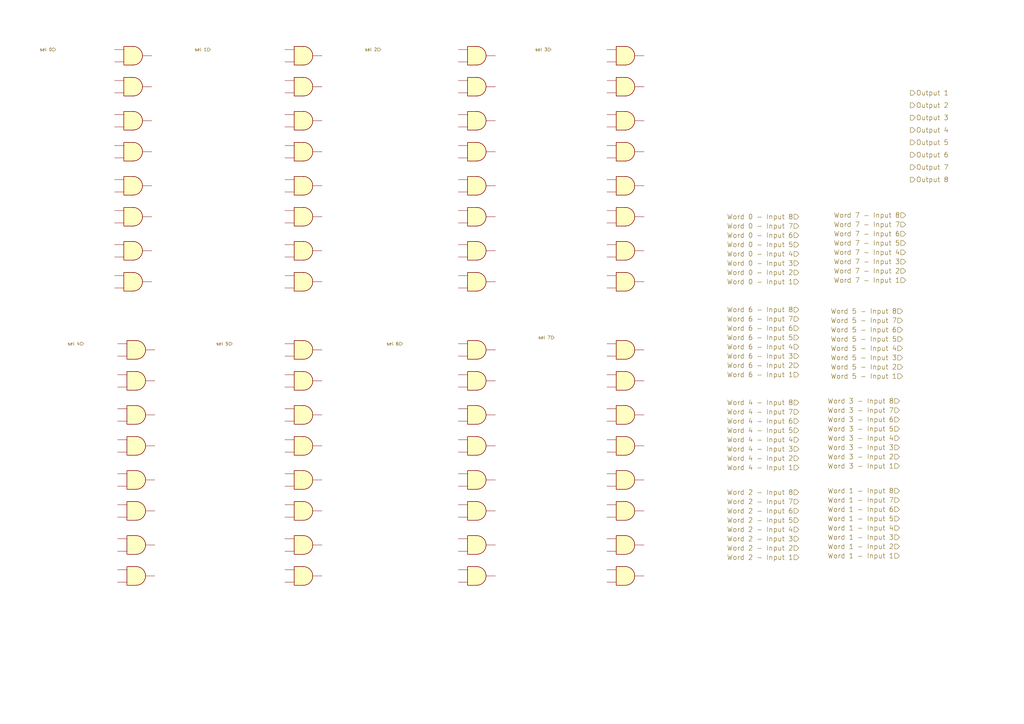
<source format=kicad_sch>
(kicad_sch (version 20230121) (generator eeschema)

  (uuid f84d5e61-85ef-42f7-8fd0-e5ef100bc42d)

  (paper "A3")

  (lib_symbols
    (symbol "4xxx:4081" (pin_names (offset 1.016)) (in_bom yes) (on_board yes)
      (property "Reference" "U86" (at -0.0083 8.89 0)
        (effects (font (size 1.27 1.27)) hide)
      )
      (property "Value" "4081" (at -0.0083 6.35 0)
        (effects (font (size 1.27 1.27)) hide)
      )
      (property "Footprint" "" (at 0 0 0)
        (effects (font (size 1.27 1.27)) hide)
      )
      (property "Datasheet" "http://www.intersil.com/content/dam/Intersil/documents/cd40/cd4073bms-81bms-82bms.pdf" (at 0 0 0)
        (effects (font (size 1.27 1.27)) hide)
      )
      (property "ki_locked" "" (at 0 0 0)
        (effects (font (size 1.27 1.27)))
      )
      (property "ki_keywords" "CMOS And2" (at 0 0 0)
        (effects (font (size 1.27 1.27)) hide)
      )
      (property "ki_description" "Quad And 2 inputs" (at 0 0 0)
        (effects (font (size 1.27 1.27)) hide)
      )
      (property "ki_fp_filters" "DIP?14*" (at 0 0 0)
        (effects (font (size 1.27 1.27)) hide)
      )
      (symbol "4081_1_1"
        (arc (start 0 -3.81) (mid 3.7934 0) (end 0 3.81)
          (stroke (width 0.254) (type default))
          (fill (type background))
        )
        (polyline
          (pts
            (xy 0 3.81)
            (xy -3.81 3.81)
            (xy -3.81 -3.81)
            (xy 0 -3.81)
          )
          (stroke (width 0.254) (type default))
          (fill (type background))
        )
        (pin input line (at -7.62 -2.54 0) (length 3.81)
          (name "~" (effects (font (size 1.27 1.27))))
          (number "" (effects (font (size 1.27 1.27))))
        )
        (pin input line (at -7.62 2.54 0) (length 3.81)
          (name "~" (effects (font (size 1.27 1.27))))
          (number "" (effects (font (size 1.27 1.27))))
        )
        (pin output line (at 7.62 0 180) (length 3.81)
          (name "~" (effects (font (size 1.27 1.27))))
          (number "" (effects (font (size 1.27 1.27))))
        )
      )
      (symbol "4081_1_2"
        (arc (start -3.81 -3.81) (mid -2.589 0) (end -3.81 3.81)
          (stroke (width 0.254) (type default))
          (fill (type none))
        )
        (arc (start -0.6096 -3.81) (mid 2.1842 -2.5851) (end 3.81 0)
          (stroke (width 0.254) (type default))
          (fill (type background))
        )
        (polyline
          (pts
            (xy -3.81 -3.81)
            (xy -0.635 -3.81)
          )
          (stroke (width 0.254) (type default))
          (fill (type background))
        )
        (polyline
          (pts
            (xy -3.81 3.81)
            (xy -0.635 3.81)
          )
          (stroke (width 0.254) (type default))
          (fill (type background))
        )
        (polyline
          (pts
            (xy -0.635 3.81)
            (xy -3.81 3.81)
            (xy -3.81 3.81)
            (xy -3.556 3.4036)
            (xy -3.0226 2.2606)
            (xy -2.6924 1.0414)
            (xy -2.6162 -0.254)
            (xy -2.7686 -1.4986)
            (xy -3.175 -2.7178)
            (xy -3.81 -3.81)
            (xy -3.81 -3.81)
            (xy -0.635 -3.81)
          )
          (stroke (width -25.4) (type default))
          (fill (type background))
        )
        (arc (start 3.81 0) (mid 2.1915 2.5936) (end -0.6096 3.81)
          (stroke (width 0.254) (type default))
          (fill (type background))
        )
        (pin input inverted (at -7.62 2.54 0) (length 4.318)
          (name "~" (effects (font (size 1.27 1.27))))
          (number "1" (effects (font (size 1.27 1.27))))
        )
        (pin input inverted (at -7.62 -2.54 0) (length 4.318)
          (name "~" (effects (font (size 1.27 1.27))))
          (number "2" (effects (font (size 1.27 1.27))))
        )
        (pin output inverted (at 7.62 0 180) (length 3.81)
          (name "~" (effects (font (size 1.27 1.27))))
          (number "3" (effects (font (size 1.27 1.27))))
        )
      )
      (symbol "4081_2_1"
        (arc (start 0 -3.81) (mid 3.7934 0) (end 0 3.81)
          (stroke (width 0.254) (type default))
          (fill (type background))
        )
        (polyline
          (pts
            (xy 0 3.81)
            (xy -3.81 3.81)
            (xy -3.81 -3.81)
            (xy 0 -3.81)
          )
          (stroke (width 0.254) (type default))
          (fill (type background))
        )
        (pin output line (at 7.62 0 180) (length 3.81)
          (name "~" (effects (font (size 1.27 1.27))))
          (number "4" (effects (font (size 1.27 1.27))))
        )
        (pin input line (at -7.62 2.54 0) (length 3.81)
          (name "~" (effects (font (size 1.27 1.27))))
          (number "5" (effects (font (size 1.27 1.27))))
        )
        (pin input line (at -7.62 -2.54 0) (length 3.81)
          (name "~" (effects (font (size 1.27 1.27))))
          (number "6" (effects (font (size 1.27 1.27))))
        )
      )
      (symbol "4081_2_2"
        (arc (start -3.81 -3.81) (mid -2.589 0) (end -3.81 3.81)
          (stroke (width 0.254) (type default))
          (fill (type none))
        )
        (arc (start -0.6096 -3.81) (mid 2.1842 -2.5851) (end 3.81 0)
          (stroke (width 0.254) (type default))
          (fill (type background))
        )
        (polyline
          (pts
            (xy -3.81 -3.81)
            (xy -0.635 -3.81)
          )
          (stroke (width 0.254) (type default))
          (fill (type background))
        )
        (polyline
          (pts
            (xy -3.81 3.81)
            (xy -0.635 3.81)
          )
          (stroke (width 0.254) (type default))
          (fill (type background))
        )
        (polyline
          (pts
            (xy -0.635 3.81)
            (xy -3.81 3.81)
            (xy -3.81 3.81)
            (xy -3.556 3.4036)
            (xy -3.0226 2.2606)
            (xy -2.6924 1.0414)
            (xy -2.6162 -0.254)
            (xy -2.7686 -1.4986)
            (xy -3.175 -2.7178)
            (xy -3.81 -3.81)
            (xy -3.81 -3.81)
            (xy -0.635 -3.81)
          )
          (stroke (width -25.4) (type default))
          (fill (type background))
        )
        (arc (start 3.81 0) (mid 2.1915 2.5936) (end -0.6096 3.81)
          (stroke (width 0.254) (type default))
          (fill (type background))
        )
        (pin output inverted (at 7.62 0 180) (length 3.81)
          (name "~" (effects (font (size 1.27 1.27))))
          (number "4" (effects (font (size 1.27 1.27))))
        )
        (pin input inverted (at -7.62 2.54 0) (length 4.318)
          (name "~" (effects (font (size 1.27 1.27))))
          (number "5" (effects (font (size 1.27 1.27))))
        )
        (pin input inverted (at -7.62 -2.54 0) (length 4.318)
          (name "~" (effects (font (size 1.27 1.27))))
          (number "6" (effects (font (size 1.27 1.27))))
        )
      )
      (symbol "4081_3_1"
        (arc (start 0 -3.81) (mid 3.7934 0) (end 0 3.81)
          (stroke (width 0.254) (type default))
          (fill (type background))
        )
        (polyline
          (pts
            (xy 0 3.81)
            (xy -3.81 3.81)
            (xy -3.81 -3.81)
            (xy 0 -3.81)
          )
          (stroke (width 0.254) (type default))
          (fill (type background))
        )
        (pin output line (at 7.62 0 180) (length 3.81)
          (name "~" (effects (font (size 1.27 1.27))))
          (number "10" (effects (font (size 1.27 1.27))))
        )
        (pin input line (at -7.62 2.54 0) (length 3.81)
          (name "~" (effects (font (size 1.27 1.27))))
          (number "8" (effects (font (size 1.27 1.27))))
        )
        (pin input line (at -7.62 -2.54 0) (length 3.81)
          (name "~" (effects (font (size 1.27 1.27))))
          (number "9" (effects (font (size 1.27 1.27))))
        )
      )
      (symbol "4081_3_2"
        (arc (start -3.81 -3.81) (mid -2.589 0) (end -3.81 3.81)
          (stroke (width 0.254) (type default))
          (fill (type none))
        )
        (arc (start -0.6096 -3.81) (mid 2.1842 -2.5851) (end 3.81 0)
          (stroke (width 0.254) (type default))
          (fill (type background))
        )
        (polyline
          (pts
            (xy -3.81 -3.81)
            (xy -0.635 -3.81)
          )
          (stroke (width 0.254) (type default))
          (fill (type background))
        )
        (polyline
          (pts
            (xy -3.81 3.81)
            (xy -0.635 3.81)
          )
          (stroke (width 0.254) (type default))
          (fill (type background))
        )
        (polyline
          (pts
            (xy -0.635 3.81)
            (xy -3.81 3.81)
            (xy -3.81 3.81)
            (xy -3.556 3.4036)
            (xy -3.0226 2.2606)
            (xy -2.6924 1.0414)
            (xy -2.6162 -0.254)
            (xy -2.7686 -1.4986)
            (xy -3.175 -2.7178)
            (xy -3.81 -3.81)
            (xy -3.81 -3.81)
            (xy -0.635 -3.81)
          )
          (stroke (width -25.4) (type default))
          (fill (type background))
        )
        (arc (start 3.81 0) (mid 2.1915 2.5936) (end -0.6096 3.81)
          (stroke (width 0.254) (type default))
          (fill (type background))
        )
        (pin output inverted (at 7.62 0 180) (length 3.81)
          (name "~" (effects (font (size 1.27 1.27))))
          (number "10" (effects (font (size 1.27 1.27))))
        )
        (pin input inverted (at -7.62 2.54 0) (length 4.318)
          (name "~" (effects (font (size 1.27 1.27))))
          (number "8" (effects (font (size 1.27 1.27))))
        )
        (pin input inverted (at -7.62 -2.54 0) (length 4.318)
          (name "~" (effects (font (size 1.27 1.27))))
          (number "9" (effects (font (size 1.27 1.27))))
        )
      )
      (symbol "4081_4_1"
        (arc (start 0 -3.81) (mid 3.7934 0) (end 0 3.81)
          (stroke (width 0.254) (type default))
          (fill (type background))
        )
        (polyline
          (pts
            (xy 0 3.81)
            (xy -3.81 3.81)
            (xy -3.81 -3.81)
            (xy 0 -3.81)
          )
          (stroke (width 0.254) (type default))
          (fill (type background))
        )
        (pin output line (at 7.62 0 180) (length 3.81)
          (name "~" (effects (font (size 1.27 1.27))))
          (number "11" (effects (font (size 1.27 1.27))))
        )
        (pin input line (at -7.62 2.54 0) (length 3.81)
          (name "~" (effects (font (size 1.27 1.27))))
          (number "12" (effects (font (size 1.27 1.27))))
        )
        (pin input line (at -7.62 -2.54 0) (length 3.81)
          (name "~" (effects (font (size 1.27 1.27))))
          (number "13" (effects (font (size 1.27 1.27))))
        )
      )
      (symbol "4081_4_2"
        (arc (start -3.81 -3.81) (mid -2.589 0) (end -3.81 3.81)
          (stroke (width 0.254) (type default))
          (fill (type none))
        )
        (arc (start -0.6096 -3.81) (mid 2.1842 -2.5851) (end 3.81 0)
          (stroke (width 0.254) (type default))
          (fill (type background))
        )
        (polyline
          (pts
            (xy -3.81 -3.81)
            (xy -0.635 -3.81)
          )
          (stroke (width 0.254) (type default))
          (fill (type background))
        )
        (polyline
          (pts
            (xy -3.81 3.81)
            (xy -0.635 3.81)
          )
          (stroke (width 0.254) (type default))
          (fill (type background))
        )
        (polyline
          (pts
            (xy -0.635 3.81)
            (xy -3.81 3.81)
            (xy -3.81 3.81)
            (xy -3.556 3.4036)
            (xy -3.0226 2.2606)
            (xy -2.6924 1.0414)
            (xy -2.6162 -0.254)
            (xy -2.7686 -1.4986)
            (xy -3.175 -2.7178)
            (xy -3.81 -3.81)
            (xy -3.81 -3.81)
            (xy -0.635 -3.81)
          )
          (stroke (width -25.4) (type default))
          (fill (type background))
        )
        (arc (start 3.81 0) (mid 2.1915 2.5936) (end -0.6096 3.81)
          (stroke (width 0.254) (type default))
          (fill (type background))
        )
        (pin output inverted (at 7.62 0 180) (length 3.81)
          (name "~" (effects (font (size 1.27 1.27))))
          (number "11" (effects (font (size 1.27 1.27))))
        )
        (pin input inverted (at -7.62 2.54 0) (length 4.318)
          (name "~" (effects (font (size 1.27 1.27))))
          (number "12" (effects (font (size 1.27 1.27))))
        )
        (pin input inverted (at -7.62 -2.54 0) (length 4.318)
          (name "~" (effects (font (size 1.27 1.27))))
          (number "13" (effects (font (size 1.27 1.27))))
        )
      )
      (symbol "4081_5_0"
        (pin power_in line (at 0 12.7 270) (length 5.08)
          (name "VDD" (effects (font (size 1.27 1.27))))
          (number "14" (effects (font (size 1.27 1.27))))
        )
        (pin power_in line (at 0 -12.7 90) (length 5.08)
          (name "VSS" (effects (font (size 1.27 1.27))))
          (number "7" (effects (font (size 1.27 1.27))))
        )
      )
      (symbol "4081_5_1"
        (rectangle (start -5.08 7.62) (end 5.08 -7.62)
          (stroke (width 0.254) (type default))
          (fill (type background))
        )
      )
    )
  )


  (hierarchical_label "sel 5" (shape input) (at 95.25 140.97 180) (fields_autoplaced)
    (effects (font (size 1.27 1.27)) (justify right))
    (uuid 035dc61b-15f4-4db3-a7cb-5cce80681306)
  )
  (hierarchical_label "Word 4 - Input 4" (shape input) (at 327.66 180.34 180) (fields_autoplaced)
    (effects (font (size 2 2)) (justify right))
    (uuid 079fc328-d83c-4b37-b7d2-c5839d9819f0)
  )
  (hierarchical_label "Word 0 - Input 1" (shape input) (at 327.66 115.57 180) (fields_autoplaced)
    (effects (font (size 2 2)) (justify right))
    (uuid 08dd8791-953e-4113-993f-1e16c844ec63)
  )
  (hierarchical_label "Word 6 - Input 1" (shape input) (at 327.66 153.67 180) (fields_autoplaced)
    (effects (font (size 2 2)) (justify right))
    (uuid 101c1260-1cf5-4836-a423-7bd056bf6bd3)
  )
  (hierarchical_label "Word 6 - Input 2" (shape input) (at 327.66 149.86 180) (fields_autoplaced)
    (effects (font (size 2 2)) (justify right))
    (uuid 12beeb80-f234-46c8-8aba-aa20d660286a)
  )
  (hierarchical_label "Word 7 - Input 6" (shape input) (at 371.475 95.885 180) (fields_autoplaced)
    (effects (font (size 2 2)) (justify right))
    (uuid 15c61352-7c8e-4b48-9e53-88fb0d408fa2)
  )
  (hierarchical_label "Word 1 - Input 6" (shape input) (at 368.935 208.915 180) (fields_autoplaced)
    (effects (font (size 2 2)) (justify right))
    (uuid 16f0db6c-7a84-4921-bf6f-1ec403c7e12e)
  )
  (hierarchical_label "Word 0 - Input 8" (shape input) (at 327.66 88.9 180) (fields_autoplaced)
    (effects (font (size 2 2)) (justify right))
    (uuid 17bc4227-654c-4940-803a-f1d656909117)
  )
  (hierarchical_label "sel 4" (shape input) (at 34.29 140.97 180) (fields_autoplaced)
    (effects (font (size 1.27 1.27)) (justify right))
    (uuid 17fbadac-d434-4574-87ca-6f846f414c27)
  )
  (hierarchical_label "Word 6 - Input 7" (shape input) (at 327.66 130.81 180) (fields_autoplaced)
    (effects (font (size 2 2)) (justify right))
    (uuid 196c6d1b-8e70-47f7-9da3-5163c2cbe730)
  )
  (hierarchical_label "Word 1 - Input 1" (shape input) (at 368.935 227.965 180) (fields_autoplaced)
    (effects (font (size 2 2)) (justify right))
    (uuid 197c5112-4343-434e-88d8-9cef867fa32a)
  )
  (hierarchical_label "Word 2 - Input 8" (shape input) (at 327.66 201.93 180) (fields_autoplaced)
    (effects (font (size 2 2)) (justify right))
    (uuid 1ae6b2cc-d6de-4fce-9c57-16c136a8c2e9)
  )
  (hierarchical_label "Output 4" (shape output) (at 373.38 53.34 0) (fields_autoplaced)
    (effects (font (size 2 2)) (justify left))
    (uuid 1b7746d4-10b4-4f8a-8dd7-e2acf388dfc6)
  )
  (hierarchical_label "Word 2 - Input 6" (shape input) (at 327.66 209.55 180) (fields_autoplaced)
    (effects (font (size 2 2)) (justify right))
    (uuid 1c6ed26c-6b0a-4341-8f45-77601bf75a05)
  )
  (hierarchical_label "Word 0 - Input 6" (shape input) (at 327.66 96.52 180) (fields_autoplaced)
    (effects (font (size 2 2)) (justify right))
    (uuid 20980f24-94cf-4c8e-8611-42f2884f8c79)
  )
  (hierarchical_label "Word 6 - Input 4" (shape input) (at 327.66 142.24 180) (fields_autoplaced)
    (effects (font (size 2 2)) (justify right))
    (uuid 20dec7a2-8d87-4fb5-af0c-c205bf7a4f50)
  )
  (hierarchical_label "Word 0 - Input 4" (shape input) (at 327.66 104.14 180) (fields_autoplaced)
    (effects (font (size 2 2)) (justify right))
    (uuid 21ec9f8f-0204-4501-8c0e-f61bcc34538d)
  )
  (hierarchical_label "Word 3 - Input 5" (shape input) (at 368.935 175.895 180) (fields_autoplaced)
    (effects (font (size 2 2)) (justify right))
    (uuid 233fb9ca-14a3-4d6c-8122-92fb7f675a64)
  )
  (hierarchical_label "Word 4 - Input 5" (shape input) (at 327.66 176.53 180) (fields_autoplaced)
    (effects (font (size 2 2)) (justify right))
    (uuid 27b9d542-991c-48a3-aba5-50b2d39e35ce)
  )
  (hierarchical_label "Word 5 - Input 8" (shape input) (at 370.205 127.635 180) (fields_autoplaced)
    (effects (font (size 2 2)) (justify right))
    (uuid 2b4f0337-9e58-42ff-8487-46a52bd60503)
  )
  (hierarchical_label "Word 5 - Input 5" (shape input) (at 370.205 139.065 180) (fields_autoplaced)
    (effects (font (size 2 2)) (justify right))
    (uuid 2c0d53b2-db80-48a6-b703-1b29d205f172)
  )
  (hierarchical_label "Word 3 - Input 6" (shape input) (at 368.935 172.085 180) (fields_autoplaced)
    (effects (font (size 2 2)) (justify right))
    (uuid 2e84e518-fccc-47f3-abf4-0ae7788e1ac1)
  )
  (hierarchical_label "Word 6 - Input 3" (shape input) (at 327.66 146.05 180) (fields_autoplaced)
    (effects (font (size 2 2)) (justify right))
    (uuid 34c18195-89e9-4d15-b945-fc6c651fb67f)
  )
  (hierarchical_label "Word 2 - Input 4" (shape input) (at 327.66 217.17 180) (fields_autoplaced)
    (effects (font (size 2 2)) (justify right))
    (uuid 3724834c-e0db-433d-ae97-2f9b22541cef)
  )
  (hierarchical_label "Word 7 - Input 2" (shape input) (at 371.475 111.125 180) (fields_autoplaced)
    (effects (font (size 2 2)) (justify right))
    (uuid 3acab011-83d4-40f9-bae7-503780c80bee)
  )
  (hierarchical_label "Output 3" (shape output) (at 373.38 48.26 0) (fields_autoplaced)
    (effects (font (size 2 2)) (justify left))
    (uuid 3cc164d7-f110-45fb-be0f-1f9b3ae741c5)
  )
  (hierarchical_label "Output 7" (shape output) (at 373.38 68.58 0) (fields_autoplaced)
    (effects (font (size 2 2)) (justify left))
    (uuid 40eb47c8-695b-47c1-87eb-1101dd3e165a)
  )
  (hierarchical_label "Word 2 - Input 5" (shape input) (at 327.66 213.36 180) (fields_autoplaced)
    (effects (font (size 2 2)) (justify right))
    (uuid 467187d5-63b5-4258-9f48-f68a878d1ccb)
  )
  (hierarchical_label "Word 1 - Input 7" (shape input) (at 368.935 205.105 180) (fields_autoplaced)
    (effects (font (size 2 2)) (justify right))
    (uuid 469bbe25-bfe5-49d4-b95d-8f4895f53a57)
  )
  (hierarchical_label "sel 7" (shape input) (at 227.33 138.43 180) (fields_autoplaced)
    (effects (font (size 1.27 1.27)) (justify right))
    (uuid 4ad8e9da-c602-4947-89d7-d1c785c6e02b)
  )
  (hierarchical_label "Word 3 - Input 8" (shape input) (at 368.935 164.465 180) (fields_autoplaced)
    (effects (font (size 2 2)) (justify right))
    (uuid 4c0085b7-389d-4b9e-a6a0-21326b18d466)
  )
  (hierarchical_label "Word 4 - Input 2" (shape input) (at 327.66 187.96 180) (fields_autoplaced)
    (effects (font (size 2 2)) (justify right))
    (uuid 4c400710-e356-45ca-8c9a-32cf93d79695)
  )
  (hierarchical_label "sel 1" (shape input) (at 86.36 20.32 180) (fields_autoplaced)
    (effects (font (size 1.27 1.27)) (justify right))
    (uuid 4fed875b-bfe0-4444-8e6e-44d282960abf)
  )
  (hierarchical_label "Word 7 - Input 4" (shape input) (at 371.475 103.505 180) (fields_autoplaced)
    (effects (font (size 2 2)) (justify right))
    (uuid 5f877577-c1a3-4bd4-9f23-f8c2f8ebd1bc)
  )
  (hierarchical_label "Word 3 - Input 4" (shape input) (at 368.935 179.705 180) (fields_autoplaced)
    (effects (font (size 2 2)) (justify right))
    (uuid 62993ce5-0945-48b1-b23a-1e4dc75e1249)
  )
  (hierarchical_label "Word 7 - Input 7" (shape input) (at 371.475 92.075 180) (fields_autoplaced)
    (effects (font (size 2 2)) (justify right))
    (uuid 62b79c31-bbd1-4395-bcf5-44ae3abff21a)
  )
  (hierarchical_label "sel 3" (shape input) (at 226.06 20.32 180) (fields_autoplaced)
    (effects (font (size 1.27 1.27)) (justify right))
    (uuid 657a2afa-c268-4432-94d7-9564256e66ab)
  )
  (hierarchical_label "Word 3 - Input 3" (shape input) (at 368.935 183.515 180) (fields_autoplaced)
    (effects (font (size 2 2)) (justify right))
    (uuid 699532df-8a97-413d-a469-7f5f2938005b)
  )
  (hierarchical_label "Word 5 - Input 3" (shape input) (at 370.205 146.685 180) (fields_autoplaced)
    (effects (font (size 2 2)) (justify right))
    (uuid 6e2d433e-20d2-41af-b663-b36a5fbfad26)
  )
  (hierarchical_label "Output 8" (shape output) (at 373.38 73.66 0) (fields_autoplaced)
    (effects (font (size 2 2)) (justify left))
    (uuid 7293a618-71c4-439f-9d0f-6748ac240701)
  )
  (hierarchical_label "Word 0 - Input 5" (shape input) (at 327.66 100.33 180) (fields_autoplaced)
    (effects (font (size 2 2)) (justify right))
    (uuid 74c81037-0db1-4318-9bfa-1cbd5ebc001d)
  )
  (hierarchical_label "Word 4 - Input 3" (shape input) (at 327.66 184.15 180) (fields_autoplaced)
    (effects (font (size 2 2)) (justify right))
    (uuid 768d78fc-328d-48dd-ab8a-d0aa3876f7e6)
  )
  (hierarchical_label "Word 5 - Input 6" (shape input) (at 370.205 135.255 180) (fields_autoplaced)
    (effects (font (size 2 2)) (justify right))
    (uuid 7cb2fdb6-671a-4e0c-ba8c-4d7de500e41a)
  )
  (hierarchical_label "Word 2 - Input 2" (shape input) (at 327.66 224.79 180) (fields_autoplaced)
    (effects (font (size 2 2)) (justify right))
    (uuid 7f1c2a88-5c8e-4ae9-8b8c-bc613582e80a)
  )
  (hierarchical_label "Output 1" (shape output) (at 373.38 38.1 0) (fields_autoplaced)
    (effects (font (size 2 2)) (justify left))
    (uuid 83c9daa0-dd40-41c6-8a2e-a4ae2da1d9bd)
  )
  (hierarchical_label "Word 3 - Input 7" (shape input) (at 368.935 168.275 180) (fields_autoplaced)
    (effects (font (size 2 2)) (justify right))
    (uuid 84205293-2b55-4aa5-8df4-d1b04d1eda8a)
  )
  (hierarchical_label "Word 0 - Input 7" (shape input) (at 327.66 92.71 180) (fields_autoplaced)
    (effects (font (size 2 2)) (justify right))
    (uuid 858fc3cc-745e-463f-ac6b-a7d55bf7b9ad)
  )
  (hierarchical_label "Word 5 - Input 4" (shape input) (at 370.205 142.875 180) (fields_autoplaced)
    (effects (font (size 2 2)) (justify right))
    (uuid 868361fb-37a6-44e9-b64e-1a4cd23a4a34)
  )
  (hierarchical_label "sel 2" (shape input) (at 156.21 20.32 180) (fields_autoplaced)
    (effects (font (size 1.27 1.27)) (justify right))
    (uuid 8d9f79c2-8410-4fd7-b9a4-75b4029f07a0)
  )
  (hierarchical_label "Word 1 - Input 5" (shape input) (at 368.935 212.725 180) (fields_autoplaced)
    (effects (font (size 2 2)) (justify right))
    (uuid 933ae045-c22e-45a3-9559-b6f9064ed646)
  )
  (hierarchical_label "Word 1 - Input 3" (shape input) (at 368.935 220.345 180) (fields_autoplaced)
    (effects (font (size 2 2)) (justify right))
    (uuid 97e7bda6-593e-4e4e-9a87-94c67b052df6)
  )
  (hierarchical_label "Word 2 - Input 3" (shape input) (at 327.66 220.98 180) (fields_autoplaced)
    (effects (font (size 2 2)) (justify right))
    (uuid a48af86b-dac5-4959-87a2-507b9b5508ee)
  )
  (hierarchical_label "Word 3 - Input 1" (shape input) (at 368.935 191.135 180) (fields_autoplaced)
    (effects (font (size 2 2)) (justify right))
    (uuid a509d47b-48bf-4c42-a562-4ecd6c510845)
  )
  (hierarchical_label "Word 6 - Input 6" (shape input) (at 327.66 134.62 180) (fields_autoplaced)
    (effects (font (size 2 2)) (justify right))
    (uuid a81d46ed-6f7a-4702-be2d-d9b76e39653c)
  )
  (hierarchical_label "Word 0 - Input 2" (shape input) (at 327.66 111.76 180) (fields_autoplaced)
    (effects (font (size 2 2)) (justify right))
    (uuid ac53c2e0-1d3e-4210-bee8-3261216cd401)
  )
  (hierarchical_label "Word 7 - Input 3" (shape input) (at 371.475 107.315 180) (fields_autoplaced)
    (effects (font (size 2 2)) (justify right))
    (uuid ad07d2eb-daf4-49b3-b9f7-0faa4b6a7cab)
  )
  (hierarchical_label "Word 2 - Input 7" (shape input) (at 327.66 205.74 180) (fields_autoplaced)
    (effects (font (size 2 2)) (justify right))
    (uuid ad487117-596c-4957-ad4f-9b829387efb0)
  )
  (hierarchical_label "Word 1 - Input 2" (shape input) (at 368.935 224.155 180) (fields_autoplaced)
    (effects (font (size 2 2)) (justify right))
    (uuid ae857a79-154a-4bd8-b1a6-bf752124bbee)
  )
  (hierarchical_label "Word 7 - Input 8" (shape input) (at 371.475 88.265 180) (fields_autoplaced)
    (effects (font (size 2 2)) (justify right))
    (uuid aff84902-4514-4e50-8504-6deaf16a111b)
  )
  (hierarchical_label "Output 5" (shape output) (at 373.38 58.42 0) (fields_autoplaced)
    (effects (font (size 2 2)) (justify left))
    (uuid b67214ea-a375-45a5-81c6-ef3ea051bd08)
  )
  (hierarchical_label "Word 1 - Input 8" (shape input) (at 368.935 201.295 180) (fields_autoplaced)
    (effects (font (size 2 2)) (justify right))
    (uuid bb81110e-a978-4b3f-b368-f18686405018)
  )
  (hierarchical_label "Word 3 - Input 2" (shape input) (at 368.935 187.325 180) (fields_autoplaced)
    (effects (font (size 2 2)) (justify right))
    (uuid bd322cc4-08ec-43af-8fbc-0ae5ad5178a0)
  )
  (hierarchical_label "Word 6 - Input 8" (shape input) (at 327.66 127 180) (fields_autoplaced)
    (effects (font (size 2 2)) (justify right))
    (uuid bfe96717-44de-48a5-a188-ef7c06e49515)
  )
  (hierarchical_label "Word 7 - Input 5" (shape input) (at 371.475 99.695 180) (fields_autoplaced)
    (effects (font (size 2 2)) (justify right))
    (uuid c6d99afe-51ac-4dec-8e23-6fd5bd0c0bb8)
  )
  (hierarchical_label "Word 2 - Input 1" (shape input) (at 327.66 228.6 180) (fields_autoplaced)
    (effects (font (size 2 2)) (justify right))
    (uuid c7fec188-afb2-48f2-b707-6e36b261a3d7)
  )
  (hierarchical_label "sel 0" (shape input) (at 22.86 20.32 180) (fields_autoplaced)
    (effects (font (size 1.27 1.27)) (justify right))
    (uuid c82b7b05-0565-4fe0-b48c-0423cd209aae)
  )
  (hierarchical_label "Word 4 - Input 7" (shape input) (at 327.66 168.91 180) (fields_autoplaced)
    (effects (font (size 2 2)) (justify right))
    (uuid c82b99ae-8d92-4beb-a252-b2028b401c01)
  )
  (hierarchical_label "Word 5 - Input 2" (shape input) (at 370.205 150.495 180) (fields_autoplaced)
    (effects (font (size 2 2)) (justify right))
    (uuid ca4d0dc5-c528-4f4f-97e5-74319ed2ec29)
  )
  (hierarchical_label "Word 5 - Input 7" (shape input) (at 370.205 131.445 180) (fields_autoplaced)
    (effects (font (size 2 2)) (justify right))
    (uuid cedd24d9-e7ad-4d4f-a2e0-678f41f8fbda)
  )
  (hierarchical_label "Word 4 - Input 6" (shape input) (at 327.66 172.72 180) (fields_autoplaced)
    (effects (font (size 2 2)) (justify right))
    (uuid d0dda310-4ab8-4ee0-a441-5dcd3ae75034)
  )
  (hierarchical_label "Output 6" (shape output) (at 373.38 63.5 0) (fields_autoplaced)
    (effects (font (size 2 2)) (justify left))
    (uuid d11ac328-3e1c-4d2a-92e9-a8c3a82473eb)
  )
  (hierarchical_label "Word 0 - Input 3" (shape input) (at 327.66 107.95 180) (fields_autoplaced)
    (effects (font (size 2 2)) (justify right))
    (uuid d256a4fe-7566-42cf-8e20-b5ccf845bac7)
  )
  (hierarchical_label "Word 4 - Input 8" (shape input) (at 327.66 165.1 180) (fields_autoplaced)
    (effects (font (size 2 2)) (justify right))
    (uuid d6269e7f-60b1-44d2-8558-b4b4298a1281)
  )
  (hierarchical_label "Output 2" (shape output) (at 373.38 43.18 0) (fields_autoplaced)
    (effects (font (size 2 2)) (justify left))
    (uuid d653eaad-bde9-44c3-b369-fef0e0a31d45)
  )
  (hierarchical_label "Word 5 - Input 1" (shape input) (at 370.205 154.305 180) (fields_autoplaced)
    (effects (font (size 2 2)) (justify right))
    (uuid d94bf977-ec9c-45cf-9e26-3e78070cabab)
  )
  (hierarchical_label "Word 1 - Input 4" (shape input) (at 368.935 216.535 180) (fields_autoplaced)
    (effects (font (size 2 2)) (justify right))
    (uuid d9935d76-f915-4bc5-89d5-02590be0c3d5)
  )
  (hierarchical_label "Word 4 - Input 1" (shape input) (at 327.66 191.77 180) (fields_autoplaced)
    (effects (font (size 2 2)) (justify right))
    (uuid eb66323c-62ff-4e39-b7a8-df222aa4a86f)
  )
  (hierarchical_label "Word 7 - Input 1" (shape input) (at 371.475 114.935 180) (fields_autoplaced)
    (effects (font (size 2 2)) (justify right))
    (uuid efabac17-6cea-4ed1-970a-c3c767436838)
  )
  (hierarchical_label "sel 6" (shape input) (at 165.1 140.97 180) (fields_autoplaced)
    (effects (font (size 1.27 1.27)) (justify right))
    (uuid f28eab39-2731-4bf6-854e-ec69ae7ae04a)
  )
  (hierarchical_label "Word 6 - Input 5" (shape input) (at 327.66 138.43 180) (fields_autoplaced)
    (effects (font (size 2 2)) (justify right))
    (uuid fdebb19c-8813-46e1-965e-c5d810a3fece)
  )

  (symbol (lib_id "4xxx:4081") (at 54.61 115.57 0) (unit 1)
    (in_bom yes) (on_board yes) (dnp no) (fields_autoplaced)
    (uuid 1ce3412b-94d6-4056-ad38-ba862402d2a5)
    (property "Reference" "U93" (at 54.6017 106.68 0)
      (effects (font (size 1.27 1.27)) hide)
    )
    (property "Value" "4081" (at 54.6017 109.22 0)
      (effects (font (size 1.27 1.27)) hide)
    )
    (property "Footprint" "" (at 54.61 115.57 0)
      (effects (font (size 1.27 1.27)) hide)
    )
    (property "Datasheet" "http://www.intersil.com/content/dam/Intersil/documents/cd40/cd4073bms-81bms-82bms.pdf" (at 54.61 115.57 0)
      (effects (font (size 1.27 1.27)) hide)
    )
    (pin "12" (uuid aa9b51c5-ad13-4c10-90ae-028d82fc386b))
    (pin "10" (uuid 7070b5ea-674d-455c-92c4-8336bac7cd0b))
    (pin "9" (uuid 8146dbaf-876c-4026-84ae-0f0788206bd0))
    (pin "13" (uuid df11f353-1018-43f0-bf33-40133caf236b))
    (pin "" (uuid fbaf1459-ff82-4555-a7a9-606c4e36e9bc))
    (pin "7" (uuid 78a14dd9-fdb5-4ee1-b3ec-8d510883ec0f))
    (pin "8" (uuid a5ec9bfb-b3db-4a16-b054-64f2f989076f))
    (pin "14" (uuid 41357d61-caaa-4ada-a433-06b7e622b5cb))
    (pin "6" (uuid 57465843-049d-4c1a-81c0-d276da23e3ce))
    (pin "4" (uuid 86b73c72-0e64-47b0-84e0-cc09e67779f8))
    (pin "" (uuid b3a903c8-b2d2-40df-8244-2d4bb8a1f078))
    (pin "11" (uuid e70fc930-ef8c-4213-a0a2-a01ff401f981))
    (pin "" (uuid 7452124d-6dd8-4dfd-bdd0-01f0ebcfbfba))
    (pin "5" (uuid 91b4b56e-30dc-45ff-8e8d-de058ae2aab1))
    (instances
      (project "scheme"
        (path "/e68ef4a4-ecbb-47e0-a4bb-374efe814026/6ca7316f-95d4-4f12-9f1b-d33c49389fbd/194778c0-121d-4470-a5db-da664793653b/2a7ededc-874b-47a7-8837-d5676a0bba18"
          (reference "U93") (unit 1)
        )
      )
    )
  )

  (symbol (lib_id "4xxx:4081") (at 124.46 156.21 0) (unit 1)
    (in_bom yes) (on_board yes) (dnp no) (fields_autoplaced)
    (uuid 22ddb3a2-1480-426b-bb44-e5be7ae03bda)
    (property "Reference" "U111" (at 124.4517 147.32 0)
      (effects (font (size 1.27 1.27)) hide)
    )
    (property "Value" "4081" (at 124.4517 149.86 0)
      (effects (font (size 1.27 1.27)) hide)
    )
    (property "Footprint" "" (at 124.46 156.21 0)
      (effects (font (size 1.27 1.27)) hide)
    )
    (property "Datasheet" "http://www.intersil.com/content/dam/Intersil/documents/cd40/cd4073bms-81bms-82bms.pdf" (at 124.46 156.21 0)
      (effects (font (size 1.27 1.27)) hide)
    )
    (pin "12" (uuid aa9b51c5-ad13-4c10-90ae-028d82fc386d))
    (pin "10" (uuid 7070b5ea-674d-455c-92c4-8336bac7cd0d))
    (pin "9" (uuid 8146dbaf-876c-4026-84ae-0f0788206bd2))
    (pin "13" (uuid df11f353-1018-43f0-bf33-40133caf236d))
    (pin "" (uuid 1517e432-20b6-4b3c-a9a3-ca891124edb8))
    (pin "7" (uuid 78a14dd9-fdb5-4ee1-b3ec-8d510883ec11))
    (pin "8" (uuid a5ec9bfb-b3db-4a16-b054-64f2f9890771))
    (pin "14" (uuid 41357d61-caaa-4ada-a433-06b7e622b5cd))
    (pin "6" (uuid 57465843-049d-4c1a-81c0-d276da23e3d0))
    (pin "4" (uuid 86b73c72-0e64-47b0-84e0-cc09e67779fa))
    (pin "" (uuid 5ad20cec-6f9e-48ef-a838-f6e862c923d1))
    (pin "11" (uuid e70fc930-ef8c-4213-a0a2-a01ff401f983))
    (pin "" (uuid 662586a0-5a19-4e78-aa1c-e006945a44fa))
    (pin "5" (uuid 91b4b56e-30dc-45ff-8e8d-de058ae2aab3))
    (instances
      (project "scheme"
        (path "/e68ef4a4-ecbb-47e0-a4bb-374efe814026/6ca7316f-95d4-4f12-9f1b-d33c49389fbd/194778c0-121d-4470-a5db-da664793653b/2a7ededc-874b-47a7-8837-d5676a0bba18"
          (reference "U111") (unit 1)
        )
      )
    )
  )

  (symbol (lib_id "4xxx:4081") (at 195.58 223.52 0) (unit 1)
    (in_bom yes) (on_board yes) (dnp no) (fields_autoplaced)
    (uuid 2a54ede8-0ede-4f35-85ba-c7f3d250ac9d)
    (property "Reference" "U132" (at 195.5717 214.63 0)
      (effects (font (size 1.27 1.27)) hide)
    )
    (property "Value" "4081" (at 195.5717 217.17 0)
      (effects (font (size 1.27 1.27)) hide)
    )
    (property "Footprint" "" (at 195.58 223.52 0)
      (effects (font (size 1.27 1.27)) hide)
    )
    (property "Datasheet" "http://www.intersil.com/content/dam/Intersil/documents/cd40/cd4073bms-81bms-82bms.pdf" (at 195.58 223.52 0)
      (effects (font (size 1.27 1.27)) hide)
    )
    (pin "12" (uuid aa9b51c5-ad13-4c10-90ae-028d82fc387b))
    (pin "10" (uuid 7070b5ea-674d-455c-92c4-8336bac7cd1b))
    (pin "9" (uuid 8146dbaf-876c-4026-84ae-0f0788206be0))
    (pin "13" (uuid df11f353-1018-43f0-bf33-40133caf237b))
    (pin "" (uuid da0ce8f6-1a9b-4bde-b12c-dd3f2328b5c5))
    (pin "7" (uuid 78a14dd9-fdb5-4ee1-b3ec-8d510883ec1f))
    (pin "8" (uuid a5ec9bfb-b3db-4a16-b054-64f2f989077f))
    (pin "14" (uuid 41357d61-caaa-4ada-a433-06b7e622b5db))
    (pin "6" (uuid 57465843-049d-4c1a-81c0-d276da23e3de))
    (pin "4" (uuid 86b73c72-0e64-47b0-84e0-cc09e6777a08))
    (pin "" (uuid c163a02c-163c-4f34-bc99-0afd3e46017a))
    (pin "11" (uuid e70fc930-ef8c-4213-a0a2-a01ff401f991))
    (pin "" (uuid cc7fdee0-2b54-4118-b878-9775b9457e2e))
    (pin "5" (uuid 91b4b56e-30dc-45ff-8e8d-de058ae2aac1))
    (instances
      (project "scheme"
        (path "/e68ef4a4-ecbb-47e0-a4bb-374efe814026/6ca7316f-95d4-4f12-9f1b-d33c49389fbd/194778c0-121d-4470-a5db-da664793653b/2a7ededc-874b-47a7-8837-d5676a0bba18"
          (reference "U132") (unit 1)
        )
      )
    )
  )

  (symbol (lib_id "4xxx:4081") (at 256.54 76.2 0) (unit 1)
    (in_bom yes) (on_board yes) (dnp no) (fields_autoplaced)
    (uuid 2f5a224c-4815-453e-93e1-33d5fb4a7581)
    (property "Reference" "U138" (at 256.5317 67.31 0)
      (effects (font (size 1.27 1.27)) hide)
    )
    (property "Value" "4081" (at 256.5317 69.85 0)
      (effects (font (size 1.27 1.27)) hide)
    )
    (property "Footprint" "" (at 256.54 76.2 0)
      (effects (font (size 1.27 1.27)) hide)
    )
    (property "Datasheet" "http://www.intersil.com/content/dam/Intersil/documents/cd40/cd4073bms-81bms-82bms.pdf" (at 256.54 76.2 0)
      (effects (font (size 1.27 1.27)) hide)
    )
    (pin "12" (uuid aa9b51c5-ad13-4c10-90ae-028d82fc3886))
    (pin "10" (uuid 7070b5ea-674d-455c-92c4-8336bac7cd26))
    (pin "9" (uuid 8146dbaf-876c-4026-84ae-0f0788206beb))
    (pin "13" (uuid df11f353-1018-43f0-bf33-40133caf2386))
    (pin "" (uuid db4fd813-a53f-4f79-bb79-93e777fec77f))
    (pin "7" (uuid 78a14dd9-fdb5-4ee1-b3ec-8d510883ec2a))
    (pin "8" (uuid a5ec9bfb-b3db-4a16-b054-64f2f989078a))
    (pin "14" (uuid 41357d61-caaa-4ada-a433-06b7e622b5e6))
    (pin "6" (uuid 57465843-049d-4c1a-81c0-d276da23e3e9))
    (pin "4" (uuid 86b73c72-0e64-47b0-84e0-cc09e6777a13))
    (pin "" (uuid cc3353bc-77a3-4529-835b-cdca5f4a1db7))
    (pin "11" (uuid e70fc930-ef8c-4213-a0a2-a01ff401f99c))
    (pin "" (uuid 9ba99436-80e2-4c6b-8948-4af7f05f9407))
    (pin "5" (uuid 91b4b56e-30dc-45ff-8e8d-de058ae2aacc))
    (instances
      (project "scheme"
        (path "/e68ef4a4-ecbb-47e0-a4bb-374efe814026/6ca7316f-95d4-4f12-9f1b-d33c49389fbd/194778c0-121d-4470-a5db-da664793653b/2a7ededc-874b-47a7-8837-d5676a0bba18"
          (reference "U138") (unit 1)
        )
      )
    )
  )

  (symbol (lib_id "4xxx:4081") (at 124.46 223.52 0) (unit 1)
    (in_bom yes) (on_board yes) (dnp no) (fields_autoplaced)
    (uuid 30385bce-2cf1-4a48-94be-29bfb3f08e8a)
    (property "Reference" "U116" (at 124.4517 214.63 0)
      (effects (font (size 1.27 1.27)) hide)
    )
    (property "Value" "4081" (at 124.4517 217.17 0)
      (effects (font (size 1.27 1.27)) hide)
    )
    (property "Footprint" "" (at 124.46 223.52 0)
      (effects (font (size 1.27 1.27)) hide)
    )
    (property "Datasheet" "http://www.intersil.com/content/dam/Intersil/documents/cd40/cd4073bms-81bms-82bms.pdf" (at 124.46 223.52 0)
      (effects (font (size 1.27 1.27)) hide)
    )
    (pin "12" (uuid aa9b51c5-ad13-4c10-90ae-028d82fc3876))
    (pin "10" (uuid 7070b5ea-674d-455c-92c4-8336bac7cd16))
    (pin "9" (uuid 8146dbaf-876c-4026-84ae-0f0788206bdb))
    (pin "13" (uuid df11f353-1018-43f0-bf33-40133caf2376))
    (pin "" (uuid 4ca27922-4dc4-40c2-8c91-7fdb2b871309))
    (pin "7" (uuid 78a14dd9-fdb5-4ee1-b3ec-8d510883ec1a))
    (pin "8" (uuid a5ec9bfb-b3db-4a16-b054-64f2f989077a))
    (pin "14" (uuid 41357d61-caaa-4ada-a433-06b7e622b5d6))
    (pin "6" (uuid 57465843-049d-4c1a-81c0-d276da23e3d9))
    (pin "4" (uuid 86b73c72-0e64-47b0-84e0-cc09e6777a03))
    (pin "" (uuid 3789d055-a734-4de5-a5e5-8685074c6d82))
    (pin "11" (uuid e70fc930-ef8c-4213-a0a2-a01ff401f98c))
    (pin "" (uuid cb0b51d9-d2da-4be7-9984-649e15da6ba7))
    (pin "5" (uuid 91b4b56e-30dc-45ff-8e8d-de058ae2aabc))
    (instances
      (project "scheme"
        (path "/e68ef4a4-ecbb-47e0-a4bb-374efe814026/6ca7316f-95d4-4f12-9f1b-d33c49389fbd/194778c0-121d-4470-a5db-da664793653b/2a7ededc-874b-47a7-8837-d5676a0bba18"
          (reference "U116") (unit 1)
        )
      )
    )
  )

  (symbol (lib_id "4xxx:4081") (at 54.61 102.87 0) (unit 1)
    (in_bom yes) (on_board yes) (dnp no) (fields_autoplaced)
    (uuid 37ba34be-72fb-4624-980e-ac74b7718a3d)
    (property "Reference" "U92" (at 54.6017 93.98 0)
      (effects (font (size 1.27 1.27)) hide)
    )
    (property "Value" "4081" (at 54.6017 96.52 0)
      (effects (font (size 1.27 1.27)) hide)
    )
    (property "Footprint" "" (at 54.61 102.87 0)
      (effects (font (size 1.27 1.27)) hide)
    )
    (property "Datasheet" "http://www.intersil.com/content/dam/Intersil/documents/cd40/cd4073bms-81bms-82bms.pdf" (at 54.61 102.87 0)
      (effects (font (size 1.27 1.27)) hide)
    )
    (pin "12" (uuid aa9b51c5-ad13-4c10-90ae-028d82fc386c))
    (pin "10" (uuid 7070b5ea-674d-455c-92c4-8336bac7cd0c))
    (pin "9" (uuid 8146dbaf-876c-4026-84ae-0f0788206bd1))
    (pin "13" (uuid df11f353-1018-43f0-bf33-40133caf236c))
    (pin "" (uuid c8e94a32-b265-43e8-87b2-16fe0e708c07))
    (pin "7" (uuid 78a14dd9-fdb5-4ee1-b3ec-8d510883ec10))
    (pin "8" (uuid a5ec9bfb-b3db-4a16-b054-64f2f9890770))
    (pin "14" (uuid 41357d61-caaa-4ada-a433-06b7e622b5cc))
    (pin "6" (uuid 57465843-049d-4c1a-81c0-d276da23e3cf))
    (pin "4" (uuid 86b73c72-0e64-47b0-84e0-cc09e67779f9))
    (pin "" (uuid 4476b002-3f0f-45cf-8417-7c64b32a2301))
    (pin "11" (uuid e70fc930-ef8c-4213-a0a2-a01ff401f982))
    (pin "" (uuid e6ef09ff-54c3-421e-816c-96daa1d9602f))
    (pin "5" (uuid 91b4b56e-30dc-45ff-8e8d-de058ae2aab2))
    (instances
      (project "scheme"
        (path "/e68ef4a4-ecbb-47e0-a4bb-374efe814026/6ca7316f-95d4-4f12-9f1b-d33c49389fbd/194778c0-121d-4470-a5db-da664793653b/2a7ededc-874b-47a7-8837-d5676a0bba18"
          (reference "U92") (unit 1)
        )
      )
    )
  )

  (symbol (lib_id "4xxx:4081") (at 256.54 88.9 0) (unit 1)
    (in_bom yes) (on_board yes) (dnp no) (fields_autoplaced)
    (uuid 3e4a6b1f-41dc-486a-8134-349d0261a86a)
    (property "Reference" "U139" (at 256.5317 80.01 0)
      (effects (font (size 1.27 1.27)) hide)
    )
    (property "Value" "4081" (at 256.5317 82.55 0)
      (effects (font (size 1.27 1.27)) hide)
    )
    (property "Footprint" "" (at 256.54 88.9 0)
      (effects (font (size 1.27 1.27)) hide)
    )
    (property "Datasheet" "http://www.intersil.com/content/dam/Intersil/documents/cd40/cd4073bms-81bms-82bms.pdf" (at 256.54 88.9 0)
      (effects (font (size 1.27 1.27)) hide)
    )
    (pin "12" (uuid aa9b51c5-ad13-4c10-90ae-028d82fc3877))
    (pin "10" (uuid 7070b5ea-674d-455c-92c4-8336bac7cd17))
    (pin "9" (uuid 8146dbaf-876c-4026-84ae-0f0788206bdc))
    (pin "13" (uuid df11f353-1018-43f0-bf33-40133caf2377))
    (pin "" (uuid af545da7-18db-4b2a-a58d-3ff2c0f50a65))
    (pin "7" (uuid 78a14dd9-fdb5-4ee1-b3ec-8d510883ec1b))
    (pin "8" (uuid a5ec9bfb-b3db-4a16-b054-64f2f989077b))
    (pin "14" (uuid 41357d61-caaa-4ada-a433-06b7e622b5d7))
    (pin "6" (uuid 57465843-049d-4c1a-81c0-d276da23e3da))
    (pin "4" (uuid 86b73c72-0e64-47b0-84e0-cc09e6777a04))
    (pin "" (uuid c1b53897-c1f5-4a48-b8bb-3b48a59cf75d))
    (pin "11" (uuid e70fc930-ef8c-4213-a0a2-a01ff401f98d))
    (pin "" (uuid 0c95a512-2532-4b14-8e03-778025da6f24))
    (pin "5" (uuid 91b4b56e-30dc-45ff-8e8d-de058ae2aabd))
    (instances
      (project "scheme"
        (path "/e68ef4a4-ecbb-47e0-a4bb-374efe814026/6ca7316f-95d4-4f12-9f1b-d33c49389fbd/194778c0-121d-4470-a5db-da664793653b/2a7ededc-874b-47a7-8837-d5676a0bba18"
          (reference "U139") (unit 1)
        )
      )
    )
  )

  (symbol (lib_id "4xxx:4081") (at 54.61 49.53 0) (unit 1)
    (in_bom yes) (on_board yes) (dnp no) (fields_autoplaced)
    (uuid 412f4ae1-766f-4b82-8876-6873a38e4472)
    (property "Reference" "U88" (at 54.6017 40.64 0)
      (effects (font (size 1.27 1.27)) hide)
    )
    (property "Value" "4081" (at 54.6017 43.18 0)
      (effects (font (size 1.27 1.27)) hide)
    )
    (property "Footprint" "" (at 54.61 49.53 0)
      (effects (font (size 1.27 1.27)) hide)
    )
    (property "Datasheet" "http://www.intersil.com/content/dam/Intersil/documents/cd40/cd4073bms-81bms-82bms.pdf" (at 54.61 49.53 0)
      (effects (font (size 1.27 1.27)) hide)
    )
    (pin "12" (uuid aa9b51c5-ad13-4c10-90ae-028d82fc386e))
    (pin "10" (uuid 7070b5ea-674d-455c-92c4-8336bac7cd0e))
    (pin "9" (uuid 8146dbaf-876c-4026-84ae-0f0788206bd3))
    (pin "13" (uuid df11f353-1018-43f0-bf33-40133caf236e))
    (pin "" (uuid eb7a43c9-1386-4eea-9c3b-d75f6175a620))
    (pin "7" (uuid 78a14dd9-fdb5-4ee1-b3ec-8d510883ec12))
    (pin "8" (uuid a5ec9bfb-b3db-4a16-b054-64f2f9890772))
    (pin "14" (uuid 41357d61-caaa-4ada-a433-06b7e622b5ce))
    (pin "6" (uuid 57465843-049d-4c1a-81c0-d276da23e3d1))
    (pin "4" (uuid 86b73c72-0e64-47b0-84e0-cc09e67779fb))
    (pin "" (uuid 2f69d014-4579-40b3-b81e-9991a45bbf8a))
    (pin "11" (uuid e70fc930-ef8c-4213-a0a2-a01ff401f984))
    (pin "" (uuid 3c214811-194e-4523-874e-b6cc069c6e9c))
    (pin "5" (uuid 91b4b56e-30dc-45ff-8e8d-de058ae2aab4))
    (instances
      (project "scheme"
        (path "/e68ef4a4-ecbb-47e0-a4bb-374efe814026/6ca7316f-95d4-4f12-9f1b-d33c49389fbd/194778c0-121d-4470-a5db-da664793653b/2a7ededc-874b-47a7-8837-d5676a0bba18"
          (reference "U88") (unit 1)
        )
      )
    )
  )

  (symbol (lib_id "4xxx:4081") (at 195.58 143.51 0) (unit 1)
    (in_bom yes) (on_board yes) (dnp no) (fields_autoplaced)
    (uuid 4361a6b4-18af-4591-a448-408b5af6bf78)
    (property "Reference" "U126" (at 195.5717 134.62 0)
      (effects (font (size 1.27 1.27)) hide)
    )
    (property "Value" "4081" (at 195.5717 137.16 0)
      (effects (font (size 1.27 1.27)) hide)
    )
    (property "Footprint" "" (at 195.58 143.51 0)
      (effects (font (size 1.27 1.27)) hide)
    )
    (property "Datasheet" "http://www.intersil.com/content/dam/Intersil/documents/cd40/cd4073bms-81bms-82bms.pdf" (at 195.58 143.51 0)
      (effects (font (size 1.27 1.27)) hide)
    )
    (pin "12" (uuid aa9b51c5-ad13-4c10-90ae-028d82fc3874))
    (pin "10" (uuid 7070b5ea-674d-455c-92c4-8336bac7cd14))
    (pin "9" (uuid 8146dbaf-876c-4026-84ae-0f0788206bd9))
    (pin "13" (uuid df11f353-1018-43f0-bf33-40133caf2374))
    (pin "" (uuid 2db041a3-fe9f-471d-b6cf-2f38413d7c29))
    (pin "7" (uuid 78a14dd9-fdb5-4ee1-b3ec-8d510883ec18))
    (pin "8" (uuid a5ec9bfb-b3db-4a16-b054-64f2f9890778))
    (pin "14" (uuid 41357d61-caaa-4ada-a433-06b7e622b5d4))
    (pin "6" (uuid 57465843-049d-4c1a-81c0-d276da23e3d7))
    (pin "4" (uuid 86b73c72-0e64-47b0-84e0-cc09e6777a01))
    (pin "" (uuid fbec20c3-e359-4a02-8852-1474143fa5a6))
    (pin "11" (uuid e70fc930-ef8c-4213-a0a2-a01ff401f98a))
    (pin "" (uuid 6bb4766f-0af1-4ef9-91da-df1ade0078f1))
    (pin "5" (uuid 91b4b56e-30dc-45ff-8e8d-de058ae2aaba))
    (instances
      (project "scheme"
        (path "/e68ef4a4-ecbb-47e0-a4bb-374efe814026/6ca7316f-95d4-4f12-9f1b-d33c49389fbd/194778c0-121d-4470-a5db-da664793653b/2a7ededc-874b-47a7-8837-d5676a0bba18"
          (reference "U126") (unit 1)
        )
      )
    )
  )

  (symbol (lib_id "4xxx:4081") (at 256.54 170.18 0) (unit 1)
    (in_bom yes) (on_board yes) (dnp no) (fields_autoplaced)
    (uuid 46b4b0e6-4eb7-42b0-a88c-fc719dbe5436)
    (property "Reference" "U144" (at 256.5317 161.29 0)
      (effects (font (size 1.27 1.27)) hide)
    )
    (property "Value" "4081" (at 256.5317 163.83 0)
      (effects (font (size 1.27 1.27)) hide)
    )
    (property "Footprint" "" (at 256.54 170.18 0)
      (effects (font (size 1.27 1.27)) hide)
    )
    (property "Datasheet" "http://www.intersil.com/content/dam/Intersil/documents/cd40/cd4073bms-81bms-82bms.pdf" (at 256.54 170.18 0)
      (effects (font (size 1.27 1.27)) hide)
    )
    (pin "12" (uuid aa9b51c5-ad13-4c10-90ae-028d82fc3873))
    (pin "10" (uuid 7070b5ea-674d-455c-92c4-8336bac7cd13))
    (pin "9" (uuid 8146dbaf-876c-4026-84ae-0f0788206bd8))
    (pin "13" (uuid df11f353-1018-43f0-bf33-40133caf2373))
    (pin "" (uuid a7cc2858-bec9-489c-bfb3-1db2e1d33deb))
    (pin "7" (uuid 78a14dd9-fdb5-4ee1-b3ec-8d510883ec17))
    (pin "8" (uuid a5ec9bfb-b3db-4a16-b054-64f2f9890777))
    (pin "14" (uuid 41357d61-caaa-4ada-a433-06b7e622b5d3))
    (pin "6" (uuid 57465843-049d-4c1a-81c0-d276da23e3d6))
    (pin "4" (uuid 86b73c72-0e64-47b0-84e0-cc09e6777a00))
    (pin "" (uuid f53092c7-c221-403e-aec8-31d3a1e71b6e))
    (pin "11" (uuid e70fc930-ef8c-4213-a0a2-a01ff401f989))
    (pin "" (uuid ba68e790-f22e-4309-a70f-235f43296f50))
    (pin "5" (uuid 91b4b56e-30dc-45ff-8e8d-de058ae2aab9))
    (instances
      (project "scheme"
        (path "/e68ef4a4-ecbb-47e0-a4bb-374efe814026/6ca7316f-95d4-4f12-9f1b-d33c49389fbd/194778c0-121d-4470-a5db-da664793653b/2a7ededc-874b-47a7-8837-d5676a0bba18"
          (reference "U144") (unit 1)
        )
      )
    )
  )

  (symbol (lib_id "4xxx:4081") (at 195.58 209.55 0) (unit 1)
    (in_bom yes) (on_board yes) (dnp no) (fields_autoplaced)
    (uuid 4bea4031-e93c-4770-9b1e-07bc8cebe62b)
    (property "Reference" "U131" (at 195.5717 200.66 0)
      (effects (font (size 1.27 1.27)) hide)
    )
    (property "Value" "4081" (at 195.5717 203.2 0)
      (effects (font (size 1.27 1.27)) hide)
    )
    (property "Footprint" "" (at 195.58 209.55 0)
      (effects (font (size 1.27 1.27)) hide)
    )
    (property "Datasheet" "http://www.intersil.com/content/dam/Intersil/documents/cd40/cd4073bms-81bms-82bms.pdf" (at 195.58 209.55 0)
      (effects (font (size 1.27 1.27)) hide)
    )
    (pin "12" (uuid aa9b51c5-ad13-4c10-90ae-028d82fc3871))
    (pin "10" (uuid 7070b5ea-674d-455c-92c4-8336bac7cd11))
    (pin "9" (uuid 8146dbaf-876c-4026-84ae-0f0788206bd6))
    (pin "13" (uuid df11f353-1018-43f0-bf33-40133caf2371))
    (pin "" (uuid 6da021b8-bd8f-470f-9d59-c3c6d987f2b0))
    (pin "7" (uuid 78a14dd9-fdb5-4ee1-b3ec-8d510883ec15))
    (pin "8" (uuid a5ec9bfb-b3db-4a16-b054-64f2f9890775))
    (pin "14" (uuid 41357d61-caaa-4ada-a433-06b7e622b5d1))
    (pin "6" (uuid 57465843-049d-4c1a-81c0-d276da23e3d4))
    (pin "4" (uuid 86b73c72-0e64-47b0-84e0-cc09e67779fe))
    (pin "" (uuid 245f7adc-142f-4b71-9cfd-e9fc0266301b))
    (pin "11" (uuid e70fc930-ef8c-4213-a0a2-a01ff401f987))
    (pin "" (uuid 117b8a64-de66-42b6-ac71-3a02af6a118d))
    (pin "5" (uuid 91b4b56e-30dc-45ff-8e8d-de058ae2aab7))
    (instances
      (project "scheme"
        (path "/e68ef4a4-ecbb-47e0-a4bb-374efe814026/6ca7316f-95d4-4f12-9f1b-d33c49389fbd/194778c0-121d-4470-a5db-da664793653b/2a7ededc-874b-47a7-8837-d5676a0bba18"
          (reference "U131") (unit 1)
        )
      )
    )
  )

  (symbol (lib_id "4xxx:4081") (at 124.46 62.23 0) (unit 1)
    (in_bom yes) (on_board yes) (dnp no) (fields_autoplaced)
    (uuid 4efc735f-1579-4f94-8492-2751567c23ed)
    (property "Reference" "U105" (at 124.4517 53.34 0)
      (effects (font (size 1.27 1.27)) hide)
    )
    (property "Value" "4081" (at 124.4517 55.88 0)
      (effects (font (size 1.27 1.27)) hide)
    )
    (property "Footprint" "" (at 124.46 62.23 0)
      (effects (font (size 1.27 1.27)) hide)
    )
    (property "Datasheet" "http://www.intersil.com/content/dam/Intersil/documents/cd40/cd4073bms-81bms-82bms.pdf" (at 124.46 62.23 0)
      (effects (font (size 1.27 1.27)) hide)
    )
    (pin "12" (uuid aa9b51c5-ad13-4c10-90ae-028d82fc386f))
    (pin "10" (uuid 7070b5ea-674d-455c-92c4-8336bac7cd0f))
    (pin "9" (uuid 8146dbaf-876c-4026-84ae-0f0788206bd4))
    (pin "13" (uuid df11f353-1018-43f0-bf33-40133caf236f))
    (pin "" (uuid 1fdcd62f-31ad-48db-9baa-f7611dd5034e))
    (pin "7" (uuid 78a14dd9-fdb5-4ee1-b3ec-8d510883ec13))
    (pin "8" (uuid a5ec9bfb-b3db-4a16-b054-64f2f9890773))
    (pin "14" (uuid 41357d61-caaa-4ada-a433-06b7e622b5cf))
    (pin "6" (uuid 57465843-049d-4c1a-81c0-d276da23e3d2))
    (pin "4" (uuid 86b73c72-0e64-47b0-84e0-cc09e67779fc))
    (pin "" (uuid 2650c9b2-4906-4282-af02-a6af43059b56))
    (pin "11" (uuid e70fc930-ef8c-4213-a0a2-a01ff401f985))
    (pin "" (uuid 9bace6d5-837f-4a32-a0ef-1d126ab7172c))
    (pin "5" (uuid 91b4b56e-30dc-45ff-8e8d-de058ae2aab5))
    (instances
      (project "scheme"
        (path "/e68ef4a4-ecbb-47e0-a4bb-374efe814026/6ca7316f-95d4-4f12-9f1b-d33c49389fbd/194778c0-121d-4470-a5db-da664793653b/2a7ededc-874b-47a7-8837-d5676a0bba18"
          (reference "U105") (unit 1)
        )
      )
    )
  )

  (symbol (lib_id "4xxx:4081") (at 256.54 156.21 0) (unit 1)
    (in_bom yes) (on_board yes) (dnp no) (fields_autoplaced)
    (uuid 4f9633b7-cb95-4e1f-ab5f-b36ebcb1b43c)
    (property "Reference" "U143" (at 256.5317 147.32 0)
      (effects (font (size 1.27 1.27)) hide)
    )
    (property "Value" "4081" (at 256.5317 149.86 0)
      (effects (font (size 1.27 1.27)) hide)
    )
    (property "Footprint" "" (at 256.54 156.21 0)
      (effects (font (size 1.27 1.27)) hide)
    )
    (property "Datasheet" "http://www.intersil.com/content/dam/Intersil/documents/cd40/cd4073bms-81bms-82bms.pdf" (at 256.54 156.21 0)
      (effects (font (size 1.27 1.27)) hide)
    )
    (pin "12" (uuid aa9b51c5-ad13-4c10-90ae-028d82fc3870))
    (pin "10" (uuid 7070b5ea-674d-455c-92c4-8336bac7cd10))
    (pin "9" (uuid 8146dbaf-876c-4026-84ae-0f0788206bd5))
    (pin "13" (uuid df11f353-1018-43f0-bf33-40133caf2370))
    (pin "" (uuid a0491743-b302-489d-8374-8ee978474453))
    (pin "7" (uuid 78a14dd9-fdb5-4ee1-b3ec-8d510883ec14))
    (pin "8" (uuid a5ec9bfb-b3db-4a16-b054-64f2f9890774))
    (pin "14" (uuid 41357d61-caaa-4ada-a433-06b7e622b5d0))
    (pin "6" (uuid 57465843-049d-4c1a-81c0-d276da23e3d3))
    (pin "4" (uuid 86b73c72-0e64-47b0-84e0-cc09e67779fd))
    (pin "" (uuid 634b4b9c-3815-4b5b-8d4d-5acd05cbbbfc))
    (pin "11" (uuid e70fc930-ef8c-4213-a0a2-a01ff401f986))
    (pin "" (uuid e9033909-a7fd-4438-a5d3-50c4c4f829c3))
    (pin "5" (uuid 91b4b56e-30dc-45ff-8e8d-de058ae2aab6))
    (instances
      (project "scheme"
        (path "/e68ef4a4-ecbb-47e0-a4bb-374efe814026/6ca7316f-95d4-4f12-9f1b-d33c49389fbd/194778c0-121d-4470-a5db-da664793653b/2a7ededc-874b-47a7-8837-d5676a0bba18"
          (reference "U143") (unit 1)
        )
      )
    )
  )

  (symbol (lib_id "4xxx:4081") (at 55.88 170.18 0) (unit 1)
    (in_bom yes) (on_board yes) (dnp no) (fields_autoplaced)
    (uuid 4fd4bf84-140a-41b4-ae75-286373ae1972)
    (property "Reference" "U96" (at 55.8717 161.29 0)
      (effects (font (size 1.27 1.27)) hide)
    )
    (property "Value" "4081" (at 55.8717 163.83 0)
      (effects (font (size 1.27 1.27)) hide)
    )
    (property "Footprint" "" (at 55.88 170.18 0)
      (effects (font (size 1.27 1.27)) hide)
    )
    (property "Datasheet" "http://www.intersil.com/content/dam/Intersil/documents/cd40/cd4073bms-81bms-82bms.pdf" (at 55.88 170.18 0)
      (effects (font (size 1.27 1.27)) hide)
    )
    (pin "12" (uuid aa9b51c5-ad13-4c10-90ae-028d82fc3872))
    (pin "10" (uuid 7070b5ea-674d-455c-92c4-8336bac7cd12))
    (pin "9" (uuid 8146dbaf-876c-4026-84ae-0f0788206bd7))
    (pin "13" (uuid df11f353-1018-43f0-bf33-40133caf2372))
    (pin "" (uuid 7b20814b-4559-46cb-80db-5b175d59e36f))
    (pin "7" (uuid 78a14dd9-fdb5-4ee1-b3ec-8d510883ec16))
    (pin "8" (uuid a5ec9bfb-b3db-4a16-b054-64f2f9890776))
    (pin "14" (uuid 41357d61-caaa-4ada-a433-06b7e622b5d2))
    (pin "6" (uuid 57465843-049d-4c1a-81c0-d276da23e3d5))
    (pin "4" (uuid 86b73c72-0e64-47b0-84e0-cc09e67779ff))
    (pin "" (uuid 9c45a7ab-949b-4b6a-ac9d-200bfe56c81c))
    (pin "11" (uuid e70fc930-ef8c-4213-a0a2-a01ff401f988))
    (pin "" (uuid b3c72c3a-138d-4ca8-866b-b28ef47c9277))
    (pin "5" (uuid 91b4b56e-30dc-45ff-8e8d-de058ae2aab8))
    (instances
      (project "scheme"
        (path "/e68ef4a4-ecbb-47e0-a4bb-374efe814026/6ca7316f-95d4-4f12-9f1b-d33c49389fbd/194778c0-121d-4470-a5db-da664793653b/2a7ededc-874b-47a7-8837-d5676a0bba18"
          (reference "U96") (unit 1)
        )
      )
    )
  )

  (symbol (lib_id "4xxx:4081") (at 195.58 22.86 0) (unit 1)
    (in_bom yes) (on_board yes) (dnp no) (fields_autoplaced)
    (uuid 50149668-159a-441a-9b44-98cd63314041)
    (property "Reference" "U118" (at 195.5717 13.97 0)
      (effects (font (size 1.27 1.27)) hide)
    )
    (property "Value" "4081" (at 195.5717 16.51 0)
      (effects (font (size 1.27 1.27)) hide)
    )
    (property "Footprint" "" (at 195.58 22.86 0)
      (effects (font (size 1.27 1.27)) hide)
    )
    (property "Datasheet" "http://www.intersil.com/content/dam/Intersil/documents/cd40/cd4073bms-81bms-82bms.pdf" (at 195.58 22.86 0)
      (effects (font (size 1.27 1.27)) hide)
    )
    (pin "12" (uuid aa9b51c5-ad13-4c10-90ae-028d82fc3889))
    (pin "10" (uuid 7070b5ea-674d-455c-92c4-8336bac7cd29))
    (pin "9" (uuid 8146dbaf-876c-4026-84ae-0f0788206bee))
    (pin "13" (uuid df11f353-1018-43f0-bf33-40133caf2389))
    (pin "" (uuid 5ad4655b-4577-4e17-9a64-7bd13014079f))
    (pin "7" (uuid 78a14dd9-fdb5-4ee1-b3ec-8d510883ec2d))
    (pin "8" (uuid a5ec9bfb-b3db-4a16-b054-64f2f989078d))
    (pin "14" (uuid 41357d61-caaa-4ada-a433-06b7e622b5e9))
    (pin "6" (uuid 57465843-049d-4c1a-81c0-d276da23e3ec))
    (pin "4" (uuid 86b73c72-0e64-47b0-84e0-cc09e6777a16))
    (pin "" (uuid 75965c1e-40aa-4612-ae08-66259f22ff2b))
    (pin "11" (uuid e70fc930-ef8c-4213-a0a2-a01ff401f99f))
    (pin "" (uuid f7d1d301-1d5d-4d8f-8d7a-9478f2893de5))
    (pin "5" (uuid 91b4b56e-30dc-45ff-8e8d-de058ae2aacf))
    (instances
      (project "scheme"
        (path "/e68ef4a4-ecbb-47e0-a4bb-374efe814026/6ca7316f-95d4-4f12-9f1b-d33c49389fbd/194778c0-121d-4470-a5db-da664793653b/2a7ededc-874b-47a7-8837-d5676a0bba18"
          (reference "U118") (unit 1)
        )
      )
    )
  )

  (symbol (lib_id "4xxx:4081") (at 124.46 209.55 0) (unit 1)
    (in_bom yes) (on_board yes) (dnp no) (fields_autoplaced)
    (uuid 54c1a38e-67e4-4afe-9a45-4d5c7dca3051)
    (property "Reference" "U115" (at 124.4517 200.66 0)
      (effects (font (size 1.27 1.27)) hide)
    )
    (property "Value" "4081" (at 124.4517 203.2 0)
      (effects (font (size 1.27 1.27)) hide)
    )
    (property "Footprint" "" (at 124.46 209.55 0)
      (effects (font (size 1.27 1.27)) hide)
    )
    (property "Datasheet" "http://www.intersil.com/content/dam/Intersil/documents/cd40/cd4073bms-81bms-82bms.pdf" (at 124.46 209.55 0)
      (effects (font (size 1.27 1.27)) hide)
    )
    (pin "12" (uuid aa9b51c5-ad13-4c10-90ae-028d82fc3875))
    (pin "10" (uuid 7070b5ea-674d-455c-92c4-8336bac7cd15))
    (pin "9" (uuid 8146dbaf-876c-4026-84ae-0f0788206bda))
    (pin "13" (uuid df11f353-1018-43f0-bf33-40133caf2375))
    (pin "" (uuid da4d093a-a65d-466c-906b-a0c0e5a94fa7))
    (pin "7" (uuid 78a14dd9-fdb5-4ee1-b3ec-8d510883ec19))
    (pin "8" (uuid a5ec9bfb-b3db-4a16-b054-64f2f9890779))
    (pin "14" (uuid 41357d61-caaa-4ada-a433-06b7e622b5d5))
    (pin "6" (uuid 57465843-049d-4c1a-81c0-d276da23e3d8))
    (pin "4" (uuid 86b73c72-0e64-47b0-84e0-cc09e6777a02))
    (pin "" (uuid d8d23c04-2dc5-479d-86e9-cf4174f0834b))
    (pin "11" (uuid e70fc930-ef8c-4213-a0a2-a01ff401f98b))
    (pin "" (uuid 6751cd8e-0661-4562-b8fe-4bf131106594))
    (pin "5" (uuid 91b4b56e-30dc-45ff-8e8d-de058ae2aabb))
    (instances
      (project "scheme"
        (path "/e68ef4a4-ecbb-47e0-a4bb-374efe814026/6ca7316f-95d4-4f12-9f1b-d33c49389fbd/194778c0-121d-4470-a5db-da664793653b/2a7ededc-874b-47a7-8837-d5676a0bba18"
          (reference "U115") (unit 1)
        )
      )
    )
  )

  (symbol (lib_id "4xxx:4081") (at 256.54 223.52 0) (unit 1)
    (in_bom yes) (on_board yes) (dnp no) (fields_autoplaced)
    (uuid 5500fd95-e932-4399-8c15-cb7ae037254e)
    (property "Reference" "U148" (at 256.5317 214.63 0)
      (effects (font (size 1.27 1.27)) hide)
    )
    (property "Value" "4081" (at 256.5317 217.17 0)
      (effects (font (size 1.27 1.27)) hide)
    )
    (property "Footprint" "" (at 256.54 223.52 0)
      (effects (font (size 1.27 1.27)) hide)
    )
    (property "Datasheet" "http://www.intersil.com/content/dam/Intersil/documents/cd40/cd4073bms-81bms-82bms.pdf" (at 256.54 223.52 0)
      (effects (font (size 1.27 1.27)) hide)
    )
    (pin "12" (uuid aa9b51c5-ad13-4c10-90ae-028d82fc3888))
    (pin "10" (uuid 7070b5ea-674d-455c-92c4-8336bac7cd28))
    (pin "9" (uuid 8146dbaf-876c-4026-84ae-0f0788206bed))
    (pin "13" (uuid df11f353-1018-43f0-bf33-40133caf2388))
    (pin "" (uuid f2837986-552a-4012-b1ba-0aa6c1e39642))
    (pin "7" (uuid 78a14dd9-fdb5-4ee1-b3ec-8d510883ec2c))
    (pin "8" (uuid a5ec9bfb-b3db-4a16-b054-64f2f989078c))
    (pin "14" (uuid 41357d61-caaa-4ada-a433-06b7e622b5e8))
    (pin "6" (uuid 57465843-049d-4c1a-81c0-d276da23e3eb))
    (pin "4" (uuid 86b73c72-0e64-47b0-84e0-cc09e6777a15))
    (pin "" (uuid 9cbaf510-873d-4991-becf-4cf4f07f66ea))
    (pin "11" (uuid e70fc930-ef8c-4213-a0a2-a01ff401f99e))
    (pin "" (uuid b8eef8b1-7e14-4138-af32-2daff8ea9508))
    (pin "5" (uuid 91b4b56e-30dc-45ff-8e8d-de058ae2aace))
    (instances
      (project "scheme"
        (path "/e68ef4a4-ecbb-47e0-a4bb-374efe814026/6ca7316f-95d4-4f12-9f1b-d33c49389fbd/194778c0-121d-4470-a5db-da664793653b/2a7ededc-874b-47a7-8837-d5676a0bba18"
          (reference "U148") (unit 1)
        )
      )
    )
  )

  (symbol (lib_id "4xxx:4081") (at 195.58 115.57 0) (unit 1)
    (in_bom yes) (on_board yes) (dnp no) (fields_autoplaced)
    (uuid 55255895-d881-4084-b919-255040a14d43)
    (property "Reference" "U125" (at 195.5717 106.68 0)
      (effects (font (size 1.27 1.27)) hide)
    )
    (property "Value" "4081" (at 195.5717 109.22 0)
      (effects (font (size 1.27 1.27)) hide)
    )
    (property "Footprint" "" (at 195.58 115.57 0)
      (effects (font (size 1.27 1.27)) hide)
    )
    (property "Datasheet" "http://www.intersil.com/content/dam/Intersil/documents/cd40/cd4073bms-81bms-82bms.pdf" (at 195.58 115.57 0)
      (effects (font (size 1.27 1.27)) hide)
    )
    (pin "12" (uuid aa9b51c5-ad13-4c10-90ae-028d82fc3878))
    (pin "10" (uuid 7070b5ea-674d-455c-92c4-8336bac7cd18))
    (pin "9" (uuid 8146dbaf-876c-4026-84ae-0f0788206bdd))
    (pin "13" (uuid df11f353-1018-43f0-bf33-40133caf2378))
    (pin "" (uuid eb68fd3d-b99c-4935-819a-3b5eddfb6efb))
    (pin "7" (uuid 78a14dd9-fdb5-4ee1-b3ec-8d510883ec1c))
    (pin "8" (uuid a5ec9bfb-b3db-4a16-b054-64f2f989077c))
    (pin "14" (uuid 41357d61-caaa-4ada-a433-06b7e622b5d8))
    (pin "6" (uuid 57465843-049d-4c1a-81c0-d276da23e3db))
    (pin "4" (uuid 86b73c72-0e64-47b0-84e0-cc09e6777a05))
    (pin "" (uuid 8914793a-f959-4123-b1cc-7d737233bf33))
    (pin "11" (uuid e70fc930-ef8c-4213-a0a2-a01ff401f98e))
    (pin "" (uuid cef59dba-4951-4636-a43b-9d4eb6943644))
    (pin "5" (uuid 91b4b56e-30dc-45ff-8e8d-de058ae2aabe))
    (instances
      (project "scheme"
        (path "/e68ef4a4-ecbb-47e0-a4bb-374efe814026/6ca7316f-95d4-4f12-9f1b-d33c49389fbd/194778c0-121d-4470-a5db-da664793653b/2a7ededc-874b-47a7-8837-d5676a0bba18"
          (reference "U125") (unit 1)
        )
      )
    )
  )

  (symbol (lib_id "4xxx:4081") (at 256.54 115.57 0) (unit 1)
    (in_bom yes) (on_board yes) (dnp no) (fields_autoplaced)
    (uuid 5b181742-23b0-4523-8f75-f0ddd9243742)
    (property "Reference" "U141" (at 256.5317 106.68 0)
      (effects (font (size 1.27 1.27)) hide)
    )
    (property "Value" "4081" (at 256.5317 109.22 0)
      (effects (font (size 1.27 1.27)) hide)
    )
    (property "Footprint" "" (at 256.54 115.57 0)
      (effects (font (size 1.27 1.27)) hide)
    )
    (property "Datasheet" "http://www.intersil.com/content/dam/Intersil/documents/cd40/cd4073bms-81bms-82bms.pdf" (at 256.54 115.57 0)
      (effects (font (size 1.27 1.27)) hide)
    )
    (pin "12" (uuid aa9b51c5-ad13-4c10-90ae-028d82fc387d))
    (pin "10" (uuid 7070b5ea-674d-455c-92c4-8336bac7cd1d))
    (pin "9" (uuid 8146dbaf-876c-4026-84ae-0f0788206be2))
    (pin "13" (uuid df11f353-1018-43f0-bf33-40133caf237d))
    (pin "" (uuid c476c0f9-9f73-4e4c-9005-e6a45d2bf197))
    (pin "7" (uuid 78a14dd9-fdb5-4ee1-b3ec-8d510883ec21))
    (pin "8" (uuid a5ec9bfb-b3db-4a16-b054-64f2f9890781))
    (pin "14" (uuid 41357d61-caaa-4ada-a433-06b7e622b5dd))
    (pin "6" (uuid 57465843-049d-4c1a-81c0-d276da23e3e0))
    (pin "4" (uuid 86b73c72-0e64-47b0-84e0-cc09e6777a0a))
    (pin "" (uuid 9a52db16-e5c3-47a4-ad9e-b9f123fdba96))
    (pin "11" (uuid e70fc930-ef8c-4213-a0a2-a01ff401f993))
    (pin "" (uuid f2b0adc1-048f-4cfe-a72d-a71efe27aaa7))
    (pin "5" (uuid 91b4b56e-30dc-45ff-8e8d-de058ae2aac3))
    (instances
      (project "scheme"
        (path "/e68ef4a4-ecbb-47e0-a4bb-374efe814026/6ca7316f-95d4-4f12-9f1b-d33c49389fbd/194778c0-121d-4470-a5db-da664793653b/2a7ededc-874b-47a7-8837-d5676a0bba18"
          (reference "U141") (unit 1)
        )
      )
    )
  )

  (symbol (lib_id "4xxx:4081") (at 195.58 49.53 0) (unit 1)
    (in_bom yes) (on_board yes) (dnp no) (fields_autoplaced)
    (uuid 5d43fe91-a9aa-47f5-acc6-e18082032790)
    (property "Reference" "U120" (at 195.5717 40.64 0)
      (effects (font (size 1.27 1.27)) hide)
    )
    (property "Value" "4081" (at 195.5717 43.18 0)
      (effects (font (size 1.27 1.27)) hide)
    )
    (property "Footprint" "" (at 195.58 49.53 0)
      (effects (font (size 1.27 1.27)) hide)
    )
    (property "Datasheet" "http://www.intersil.com/content/dam/Intersil/documents/cd40/cd4073bms-81bms-82bms.pdf" (at 195.58 49.53 0)
      (effects (font (size 1.27 1.27)) hide)
    )
    (pin "12" (uuid aa9b51c5-ad13-4c10-90ae-028d82fc3883))
    (pin "10" (uuid 7070b5ea-674d-455c-92c4-8336bac7cd23))
    (pin "9" (uuid 8146dbaf-876c-4026-84ae-0f0788206be8))
    (pin "13" (uuid df11f353-1018-43f0-bf33-40133caf2383))
    (pin "" (uuid 1980336d-fdfb-4fb4-863e-cc7987c54a10))
    (pin "7" (uuid 78a14dd9-fdb5-4ee1-b3ec-8d510883ec27))
    (pin "8" (uuid a5ec9bfb-b3db-4a16-b054-64f2f9890787))
    (pin "14" (uuid 41357d61-caaa-4ada-a433-06b7e622b5e3))
    (pin "6" (uuid 57465843-049d-4c1a-81c0-d276da23e3e6))
    (pin "4" (uuid 86b73c72-0e64-47b0-84e0-cc09e6777a10))
    (pin "" (uuid 83a84dcb-226d-474d-860b-8ac4429352a4))
    (pin "11" (uuid e70fc930-ef8c-4213-a0a2-a01ff401f999))
    (pin "" (uuid a64a59e4-04a9-4f44-af28-25901314d2c4))
    (pin "5" (uuid 91b4b56e-30dc-45ff-8e8d-de058ae2aac9))
    (instances
      (project "scheme"
        (path "/e68ef4a4-ecbb-47e0-a4bb-374efe814026/6ca7316f-95d4-4f12-9f1b-d33c49389fbd/194778c0-121d-4470-a5db-da664793653b/2a7ededc-874b-47a7-8837-d5676a0bba18"
          (reference "U120") (unit 1)
        )
      )
    )
  )

  (symbol (lib_id "4xxx:4081") (at 55.88 156.21 0) (unit 1)
    (in_bom yes) (on_board yes) (dnp no) (fields_autoplaced)
    (uuid 61d16ef5-1d9a-4293-a982-4102c7a3beb7)
    (property "Reference" "U95" (at 55.8717 147.32 0)
      (effects (font (size 1.27 1.27)) hide)
    )
    (property "Value" "4081" (at 55.8717 149.86 0)
      (effects (font (size 1.27 1.27)) hide)
    )
    (property "Footprint" "" (at 55.88 156.21 0)
      (effects (font (size 1.27 1.27)) hide)
    )
    (property "Datasheet" "http://www.intersil.com/content/dam/Intersil/documents/cd40/cd4073bms-81bms-82bms.pdf" (at 55.88 156.21 0)
      (effects (font (size 1.27 1.27)) hide)
    )
    (pin "12" (uuid aa9b51c5-ad13-4c10-90ae-028d82fc386a))
    (pin "10" (uuid 7070b5ea-674d-455c-92c4-8336bac7cd0a))
    (pin "9" (uuid 8146dbaf-876c-4026-84ae-0f0788206bcf))
    (pin "13" (uuid df11f353-1018-43f0-bf33-40133caf236a))
    (pin "" (uuid e750542c-cd9b-4d86-a366-270890b7bb8a))
    (pin "7" (uuid 78a14dd9-fdb5-4ee1-b3ec-8d510883ec0e))
    (pin "8" (uuid a5ec9bfb-b3db-4a16-b054-64f2f989076e))
    (pin "14" (uuid 41357d61-caaa-4ada-a433-06b7e622b5ca))
    (pin "6" (uuid 57465843-049d-4c1a-81c0-d276da23e3cd))
    (pin "4" (uuid 86b73c72-0e64-47b0-84e0-cc09e67779f7))
    (pin "" (uuid 7c7f56de-bc45-4965-8792-04783ff78ac9))
    (pin "11" (uuid e70fc930-ef8c-4213-a0a2-a01ff401f980))
    (pin "" (uuid 8a1d7472-d945-4edf-95a6-157f7b8759ca))
    (pin "5" (uuid 91b4b56e-30dc-45ff-8e8d-de058ae2aab0))
    (instances
      (project "scheme"
        (path "/e68ef4a4-ecbb-47e0-a4bb-374efe814026/6ca7316f-95d4-4f12-9f1b-d33c49389fbd/194778c0-121d-4470-a5db-da664793653b/2a7ededc-874b-47a7-8837-d5676a0bba18"
          (reference "U95") (unit 1)
        )
      )
    )
  )

  (symbol (lib_id "4xxx:4081") (at 54.61 22.86 0) (unit 1)
    (in_bom yes) (on_board yes) (dnp no) (fields_autoplaced)
    (uuid 62d2dbb1-0134-4942-a8ca-ffeccd9e7d50)
    (property "Reference" "U86" (at 54.6017 13.97 0)
      (effects (font (size 1.27 1.27)) hide)
    )
    (property "Value" "4081" (at 54.6017 16.51 0)
      (effects (font (size 1.27 1.27)) hide)
    )
    (property "Footprint" "" (at 54.61 22.86 0)
      (effects (font (size 1.27 1.27)) hide)
    )
    (property "Datasheet" "http://www.intersil.com/content/dam/Intersil/documents/cd40/cd4073bms-81bms-82bms.pdf" (at 54.61 22.86 0)
      (effects (font (size 1.27 1.27)) hide)
    )
    (pin "12" (uuid aa9b51c5-ad13-4c10-90ae-028d82fc3879))
    (pin "10" (uuid 7070b5ea-674d-455c-92c4-8336bac7cd19))
    (pin "9" (uuid 8146dbaf-876c-4026-84ae-0f0788206bde))
    (pin "13" (uuid df11f353-1018-43f0-bf33-40133caf2379))
    (pin "" (uuid 8d07f3e7-a5f9-4f01-aee4-49ddb1419707))
    (pin "7" (uuid 78a14dd9-fdb5-4ee1-b3ec-8d510883ec1d))
    (pin "8" (uuid a5ec9bfb-b3db-4a16-b054-64f2f989077d))
    (pin "14" (uuid 41357d61-caaa-4ada-a433-06b7e622b5d9))
    (pin "6" (uuid 57465843-049d-4c1a-81c0-d276da23e3dc))
    (pin "4" (uuid 86b73c72-0e64-47b0-84e0-cc09e6777a06))
    (pin "" (uuid d30ea486-7a29-4f1a-9dca-8380fb3f7cb6))
    (pin "11" (uuid e70fc930-ef8c-4213-a0a2-a01ff401f98f))
    (pin "" (uuid a28fac0c-add3-4e9a-9859-2f34b16f1070))
    (pin "5" (uuid 91b4b56e-30dc-45ff-8e8d-de058ae2aabf))
    (instances
      (project "scheme"
        (path "/e68ef4a4-ecbb-47e0-a4bb-374efe814026/6ca7316f-95d4-4f12-9f1b-d33c49389fbd/194778c0-121d-4470-a5db-da664793653b/2a7ededc-874b-47a7-8837-d5676a0bba18"
          (reference "U86") (unit 1)
        )
      )
    )
  )

  (symbol (lib_id "4xxx:4081") (at 124.46 170.18 0) (unit 1)
    (in_bom yes) (on_board yes) (dnp no) (fields_autoplaced)
    (uuid 6698d564-6988-4975-9980-06ac8500caed)
    (property "Reference" "U112" (at 124.4517 161.29 0)
      (effects (font (size 1.27 1.27)) hide)
    )
    (property "Value" "4081" (at 124.4517 163.83 0)
      (effects (font (size 1.27 1.27)) hide)
    )
    (property "Footprint" "" (at 124.46 170.18 0)
      (effects (font (size 1.27 1.27)) hide)
    )
    (property "Datasheet" "http://www.intersil.com/content/dam/Intersil/documents/cd40/cd4073bms-81bms-82bms.pdf" (at 124.46 170.18 0)
      (effects (font (size 1.27 1.27)) hide)
    )
    (pin "12" (uuid aa9b51c5-ad13-4c10-90ae-028d82fc387a))
    (pin "10" (uuid 7070b5ea-674d-455c-92c4-8336bac7cd1a))
    (pin "9" (uuid 8146dbaf-876c-4026-84ae-0f0788206bdf))
    (pin "13" (uuid df11f353-1018-43f0-bf33-40133caf237a))
    (pin "" (uuid e8d0c696-2541-4ed7-9330-1283efc63066))
    (pin "7" (uuid 78a14dd9-fdb5-4ee1-b3ec-8d510883ec1e))
    (pin "8" (uuid a5ec9bfb-b3db-4a16-b054-64f2f989077e))
    (pin "14" (uuid 41357d61-caaa-4ada-a433-06b7e622b5da))
    (pin "6" (uuid 57465843-049d-4c1a-81c0-d276da23e3dd))
    (pin "4" (uuid 86b73c72-0e64-47b0-84e0-cc09e6777a07))
    (pin "" (uuid 59913df2-ec81-43d3-86e4-784baeacffe5))
    (pin "11" (uuid e70fc930-ef8c-4213-a0a2-a01ff401f990))
    (pin "" (uuid 1fe286e7-c2bc-45db-88d8-e91bf2e27f3b))
    (pin "5" (uuid 91b4b56e-30dc-45ff-8e8d-de058ae2aac0))
    (instances
      (project "scheme"
        (path "/e68ef4a4-ecbb-47e0-a4bb-374efe814026/6ca7316f-95d4-4f12-9f1b-d33c49389fbd/194778c0-121d-4470-a5db-da664793653b/2a7ededc-874b-47a7-8837-d5676a0bba18"
          (reference "U112") (unit 1)
        )
      )
    )
  )

  (symbol (lib_id "4xxx:4081") (at 256.54 22.86 0) (unit 1)
    (in_bom yes) (on_board yes) (dnp no) (fields_autoplaced)
    (uuid 67cda70a-03ca-42bc-9598-42756219d55f)
    (property "Reference" "U134" (at 256.5317 13.97 0)
      (effects (font (size 1.27 1.27)) hide)
    )
    (property "Value" "4081" (at 256.5317 16.51 0)
      (effects (font (size 1.27 1.27)) hide)
    )
    (property "Footprint" "" (at 256.54 22.86 0)
      (effects (font (size 1.27 1.27)) hide)
    )
    (property "Datasheet" "http://www.intersil.com/content/dam/Intersil/documents/cd40/cd4073bms-81bms-82bms.pdf" (at 256.54 22.86 0)
      (effects (font (size 1.27 1.27)) hide)
    )
    (pin "12" (uuid aa9b51c5-ad13-4c10-90ae-028d82fc3881))
    (pin "10" (uuid 7070b5ea-674d-455c-92c4-8336bac7cd21))
    (pin "9" (uuid 8146dbaf-876c-4026-84ae-0f0788206be6))
    (pin "13" (uuid df11f353-1018-43f0-bf33-40133caf2381))
    (pin "" (uuid f9ac62ff-624a-4f4f-bfaf-2923b6c58f42))
    (pin "7" (uuid 78a14dd9-fdb5-4ee1-b3ec-8d510883ec25))
    (pin "8" (uuid a5ec9bfb-b3db-4a16-b054-64f2f9890785))
    (pin "14" (uuid 41357d61-caaa-4ada-a433-06b7e622b5e1))
    (pin "6" (uuid 57465843-049d-4c1a-81c0-d276da23e3e4))
    (pin "4" (uuid 86b73c72-0e64-47b0-84e0-cc09e6777a0e))
    (pin "" (uuid 69f8d550-ed2d-4ca7-a5e7-73fce1fedd14))
    (pin "11" (uuid e70fc930-ef8c-4213-a0a2-a01ff401f997))
    (pin "" (uuid 7c819a1a-8125-4325-8ff1-b920d04f5a43))
    (pin "5" (uuid 91b4b56e-30dc-45ff-8e8d-de058ae2aac7))
    (instances
      (project "scheme"
        (path "/e68ef4a4-ecbb-47e0-a4bb-374efe814026/6ca7316f-95d4-4f12-9f1b-d33c49389fbd/194778c0-121d-4470-a5db-da664793653b/2a7ededc-874b-47a7-8837-d5676a0bba18"
          (reference "U134") (unit 1)
        )
      )
    )
  )

  (symbol (lib_id "4xxx:4081") (at 124.46 22.86 0) (unit 1)
    (in_bom yes) (on_board yes) (dnp no) (fields_autoplaced)
    (uuid 6e49afad-41d8-4962-9c42-be644a3625ef)
    (property "Reference" "U102" (at 124.4517 13.97 0)
      (effects (font (size 1.27 1.27)) hide)
    )
    (property "Value" "4081" (at 124.4517 16.51 0)
      (effects (font (size 1.27 1.27)) hide)
    )
    (property "Footprint" "" (at 124.46 22.86 0)
      (effects (font (size 1.27 1.27)) hide)
    )
    (property "Datasheet" "http://www.intersil.com/content/dam/Intersil/documents/cd40/cd4073bms-81bms-82bms.pdf" (at 124.46 22.86 0)
      (effects (font (size 1.27 1.27)) hide)
    )
    (pin "12" (uuid aa9b51c5-ad13-4c10-90ae-028d82fc387c))
    (pin "10" (uuid 7070b5ea-674d-455c-92c4-8336bac7cd1c))
    (pin "9" (uuid 8146dbaf-876c-4026-84ae-0f0788206be1))
    (pin "13" (uuid df11f353-1018-43f0-bf33-40133caf237c))
    (pin "" (uuid bd920658-fe81-49d1-91ad-ed6c3ca8caec))
    (pin "7" (uuid 78a14dd9-fdb5-4ee1-b3ec-8d510883ec20))
    (pin "8" (uuid a5ec9bfb-b3db-4a16-b054-64f2f9890780))
    (pin "14" (uuid 41357d61-caaa-4ada-a433-06b7e622b5dc))
    (pin "6" (uuid 57465843-049d-4c1a-81c0-d276da23e3df))
    (pin "4" (uuid 86b73c72-0e64-47b0-84e0-cc09e6777a09))
    (pin "" (uuid c6971b0e-03ab-4f45-aa16-db8ae318fd37))
    (pin "11" (uuid e70fc930-ef8c-4213-a0a2-a01ff401f992))
    (pin "" (uuid ae595cae-dfa6-4292-bffd-a6d5fd7f00c0))
    (pin "5" (uuid 91b4b56e-30dc-45ff-8e8d-de058ae2aac2))
    (instances
      (project "scheme"
        (path "/e68ef4a4-ecbb-47e0-a4bb-374efe814026/6ca7316f-95d4-4f12-9f1b-d33c49389fbd/194778c0-121d-4470-a5db-da664793653b/2a7ededc-874b-47a7-8837-d5676a0bba18"
          (reference "U102") (unit 1)
        )
      )
    )
  )

  (symbol (lib_id "4xxx:4081") (at 124.46 143.51 0) (unit 1)
    (in_bom yes) (on_board yes) (dnp no) (fields_autoplaced)
    (uuid 711136e2-8512-4766-b2f3-77682751cd19)
    (property "Reference" "U110" (at 124.4517 134.62 0)
      (effects (font (size 1.27 1.27)) hide)
    )
    (property "Value" "4081" (at 124.4517 137.16 0)
      (effects (font (size 1.27 1.27)) hide)
    )
    (property "Footprint" "" (at 124.46 143.51 0)
      (effects (font (size 1.27 1.27)) hide)
    )
    (property "Datasheet" "http://www.intersil.com/content/dam/Intersil/documents/cd40/cd4073bms-81bms-82bms.pdf" (at 124.46 143.51 0)
      (effects (font (size 1.27 1.27)) hide)
    )
    (pin "12" (uuid aa9b51c5-ad13-4c10-90ae-028d82fc387e))
    (pin "10" (uuid 7070b5ea-674d-455c-92c4-8336bac7cd1e))
    (pin "9" (uuid 8146dbaf-876c-4026-84ae-0f0788206be3))
    (pin "13" (uuid df11f353-1018-43f0-bf33-40133caf237e))
    (pin "" (uuid 8ac8c955-277a-4ca6-829d-747bd102a746))
    (pin "7" (uuid 78a14dd9-fdb5-4ee1-b3ec-8d510883ec22))
    (pin "8" (uuid a5ec9bfb-b3db-4a16-b054-64f2f9890782))
    (pin "14" (uuid 41357d61-caaa-4ada-a433-06b7e622b5de))
    (pin "6" (uuid 57465843-049d-4c1a-81c0-d276da23e3e1))
    (pin "4" (uuid 86b73c72-0e64-47b0-84e0-cc09e6777a0b))
    (pin "" (uuid b6ad5272-94ea-4f53-af13-3283a4703be5))
    (pin "11" (uuid e70fc930-ef8c-4213-a0a2-a01ff401f994))
    (pin "" (uuid 9f7b3d8c-e4e1-46af-a345-386024a5c3bb))
    (pin "5" (uuid 91b4b56e-30dc-45ff-8e8d-de058ae2aac4))
    (instances
      (project "scheme"
        (path "/e68ef4a4-ecbb-47e0-a4bb-374efe814026/6ca7316f-95d4-4f12-9f1b-d33c49389fbd/194778c0-121d-4470-a5db-da664793653b/2a7ededc-874b-47a7-8837-d5676a0bba18"
          (reference "U110") (unit 1)
        )
      )
    )
  )

  (symbol (lib_id "4xxx:4081") (at 256.54 62.23 0) (unit 1)
    (in_bom yes) (on_board yes) (dnp no) (fields_autoplaced)
    (uuid 7bf5e482-2de1-46ef-adc1-70f173781efc)
    (property "Reference" "U137" (at 256.5317 53.34 0)
      (effects (font (size 1.27 1.27)) hide)
    )
    (property "Value" "4081" (at 256.5317 55.88 0)
      (effects (font (size 1.27 1.27)) hide)
    )
    (property "Footprint" "" (at 256.54 62.23 0)
      (effects (font (size 1.27 1.27)) hide)
    )
    (property "Datasheet" "http://www.intersil.com/content/dam/Intersil/documents/cd40/cd4073bms-81bms-82bms.pdf" (at 256.54 62.23 0)
      (effects (font (size 1.27 1.27)) hide)
    )
    (pin "12" (uuid aa9b51c5-ad13-4c10-90ae-028d82fc3882))
    (pin "10" (uuid 7070b5ea-674d-455c-92c4-8336bac7cd22))
    (pin "9" (uuid 8146dbaf-876c-4026-84ae-0f0788206be7))
    (pin "13" (uuid df11f353-1018-43f0-bf33-40133caf2382))
    (pin "" (uuid 40e4bb62-1b61-4b7a-ad12-84c6cc5e50df))
    (pin "7" (uuid 78a14dd9-fdb5-4ee1-b3ec-8d510883ec26))
    (pin "8" (uuid a5ec9bfb-b3db-4a16-b054-64f2f9890786))
    (pin "14" (uuid 41357d61-caaa-4ada-a433-06b7e622b5e2))
    (pin "6" (uuid 57465843-049d-4c1a-81c0-d276da23e3e5))
    (pin "4" (uuid 86b73c72-0e64-47b0-84e0-cc09e6777a0f))
    (pin "" (uuid 3589a3e9-44d6-4c7e-8735-53fb13926215))
    (pin "11" (uuid e70fc930-ef8c-4213-a0a2-a01ff401f998))
    (pin "" (uuid 831f3235-e16f-4431-b280-de944b8873af))
    (pin "5" (uuid 91b4b56e-30dc-45ff-8e8d-de058ae2aac8))
    (instances
      (project "scheme"
        (path "/e68ef4a4-ecbb-47e0-a4bb-374efe814026/6ca7316f-95d4-4f12-9f1b-d33c49389fbd/194778c0-121d-4470-a5db-da664793653b/2a7ededc-874b-47a7-8837-d5676a0bba18"
          (reference "U137") (unit 1)
        )
      )
    )
  )

  (symbol (lib_id "4xxx:4081") (at 195.58 170.18 0) (unit 1)
    (in_bom yes) (on_board yes) (dnp no) (fields_autoplaced)
    (uuid 7fa03d6e-fe59-4323-a40c-5327f8889013)
    (property "Reference" "U128" (at 195.5717 161.29 0)
      (effects (font (size 1.27 1.27)) hide)
    )
    (property "Value" "4081" (at 195.5717 163.83 0)
      (effects (font (size 1.27 1.27)) hide)
    )
    (property "Footprint" "" (at 195.58 170.18 0)
      (effects (font (size 1.27 1.27)) hide)
    )
    (property "Datasheet" "http://www.intersil.com/content/dam/Intersil/documents/cd40/cd4073bms-81bms-82bms.pdf" (at 195.58 170.18 0)
      (effects (font (size 1.27 1.27)) hide)
    )
    (pin "12" (uuid aa9b51c5-ad13-4c10-90ae-028d82fc387f))
    (pin "10" (uuid 7070b5ea-674d-455c-92c4-8336bac7cd1f))
    (pin "9" (uuid 8146dbaf-876c-4026-84ae-0f0788206be4))
    (pin "13" (uuid df11f353-1018-43f0-bf33-40133caf237f))
    (pin "" (uuid 6ace0976-324a-406a-a71f-37134d0c36f8))
    (pin "7" (uuid 78a14dd9-fdb5-4ee1-b3ec-8d510883ec23))
    (pin "8" (uuid a5ec9bfb-b3db-4a16-b054-64f2f9890783))
    (pin "14" (uuid 41357d61-caaa-4ada-a433-06b7e622b5df))
    (pin "6" (uuid 57465843-049d-4c1a-81c0-d276da23e3e2))
    (pin "4" (uuid 86b73c72-0e64-47b0-84e0-cc09e6777a0c))
    (pin "" (uuid 9680adfd-2d31-4284-8c6e-5e74d7d27bf1))
    (pin "11" (uuid e70fc930-ef8c-4213-a0a2-a01ff401f995))
    (pin "" (uuid 5933f2d9-9175-47d2-9ec6-fdb6c00faf92))
    (pin "5" (uuid 91b4b56e-30dc-45ff-8e8d-de058ae2aac5))
    (instances
      (project "scheme"
        (path "/e68ef4a4-ecbb-47e0-a4bb-374efe814026/6ca7316f-95d4-4f12-9f1b-d33c49389fbd/194778c0-121d-4470-a5db-da664793653b/2a7ededc-874b-47a7-8837-d5676a0bba18"
          (reference "U128") (unit 1)
        )
      )
    )
  )

  (symbol (lib_id "4xxx:4081") (at 124.46 196.85 0) (unit 1)
    (in_bom yes) (on_board yes) (dnp no) (fields_autoplaced)
    (uuid 84b187e5-b732-4c49-9e59-565cb6a2441b)
    (property "Reference" "U114" (at 124.4517 187.96 0)
      (effects (font (size 1.27 1.27)) hide)
    )
    (property "Value" "4081" (at 124.4517 190.5 0)
      (effects (font (size 1.27 1.27)) hide)
    )
    (property "Footprint" "" (at 124.46 196.85 0)
      (effects (font (size 1.27 1.27)) hide)
    )
    (property "Datasheet" "http://www.intersil.com/content/dam/Intersil/documents/cd40/cd4073bms-81bms-82bms.pdf" (at 124.46 196.85 0)
      (effects (font (size 1.27 1.27)) hide)
    )
    (pin "12" (uuid aa9b51c5-ad13-4c10-90ae-028d82fc3880))
    (pin "10" (uuid 7070b5ea-674d-455c-92c4-8336bac7cd20))
    (pin "9" (uuid 8146dbaf-876c-4026-84ae-0f0788206be5))
    (pin "13" (uuid df11f353-1018-43f0-bf33-40133caf2380))
    (pin "" (uuid b9f34b16-88cb-4bcc-8a52-4cc510cdc793))
    (pin "7" (uuid 78a14dd9-fdb5-4ee1-b3ec-8d510883ec24))
    (pin "8" (uuid a5ec9bfb-b3db-4a16-b054-64f2f9890784))
    (pin "14" (uuid 41357d61-caaa-4ada-a433-06b7e622b5e0))
    (pin "6" (uuid 57465843-049d-4c1a-81c0-d276da23e3e3))
    (pin "4" (uuid 86b73c72-0e64-47b0-84e0-cc09e6777a0d))
    (pin "" (uuid d1d78c93-9f47-4000-ade5-a4c9dff74a01))
    (pin "11" (uuid e70fc930-ef8c-4213-a0a2-a01ff401f996))
    (pin "" (uuid 563f0df8-ffb1-421c-9680-50d848145e40))
    (pin "5" (uuid 91b4b56e-30dc-45ff-8e8d-de058ae2aac6))
    (instances
      (project "scheme"
        (path "/e68ef4a4-ecbb-47e0-a4bb-374efe814026/6ca7316f-95d4-4f12-9f1b-d33c49389fbd/194778c0-121d-4470-a5db-da664793653b/2a7ededc-874b-47a7-8837-d5676a0bba18"
          (reference "U114") (unit 1)
        )
      )
    )
  )

  (symbol (lib_id "4xxx:4081") (at 195.58 35.56 0) (unit 1)
    (in_bom yes) (on_board yes) (dnp no) (fields_autoplaced)
    (uuid 868eaa4c-21df-4a9c-8ce3-c7b71fdb4853)
    (property "Reference" "U119" (at 195.5717 26.67 0)
      (effects (font (size 1.27 1.27)) hide)
    )
    (property "Value" "4081" (at 195.5717 29.21 0)
      (effects (font (size 1.27 1.27)) hide)
    )
    (property "Footprint" "" (at 195.58 35.56 0)
      (effects (font (size 1.27 1.27)) hide)
    )
    (property "Datasheet" "http://www.intersil.com/content/dam/Intersil/documents/cd40/cd4073bms-81bms-82bms.pdf" (at 195.58 35.56 0)
      (effects (font (size 1.27 1.27)) hide)
    )
    (pin "12" (uuid aa9b51c5-ad13-4c10-90ae-028d82fc3884))
    (pin "10" (uuid 7070b5ea-674d-455c-92c4-8336bac7cd24))
    (pin "9" (uuid 8146dbaf-876c-4026-84ae-0f0788206be9))
    (pin "13" (uuid df11f353-1018-43f0-bf33-40133caf2384))
    (pin "" (uuid 809fd36c-07bd-4c87-a0f4-e560e7189416))
    (pin "7" (uuid 78a14dd9-fdb5-4ee1-b3ec-8d510883ec28))
    (pin "8" (uuid a5ec9bfb-b3db-4a16-b054-64f2f9890788))
    (pin "14" (uuid 41357d61-caaa-4ada-a433-06b7e622b5e4))
    (pin "6" (uuid 57465843-049d-4c1a-81c0-d276da23e3e7))
    (pin "4" (uuid 86b73c72-0e64-47b0-84e0-cc09e6777a11))
    (pin "" (uuid 7e745a9b-6a38-44e3-b096-90b0c2897f04))
    (pin "11" (uuid e70fc930-ef8c-4213-a0a2-a01ff401f99a))
    (pin "" (uuid 685ca540-0b46-408b-baaf-3b8a9b7905a9))
    (pin "5" (uuid 91b4b56e-30dc-45ff-8e8d-de058ae2aaca))
    (instances
      (project "scheme"
        (path "/e68ef4a4-ecbb-47e0-a4bb-374efe814026/6ca7316f-95d4-4f12-9f1b-d33c49389fbd/194778c0-121d-4470-a5db-da664793653b/2a7ededc-874b-47a7-8837-d5676a0bba18"
          (reference "U119") (unit 1)
        )
      )
    )
  )

  (symbol (lib_id "4xxx:4081") (at 55.88 143.51 0) (unit 1)
    (in_bom yes) (on_board yes) (dnp no) (fields_autoplaced)
    (uuid 87d17b3a-5c07-4cbd-a04d-02624ea1f205)
    (property "Reference" "U94" (at 55.8717 134.62 0)
      (effects (font (size 1.27 1.27)) hide)
    )
    (property "Value" "4081" (at 55.8717 137.16 0)
      (effects (font (size 1.27 1.27)) hide)
    )
    (property "Footprint" "" (at 55.88 143.51 0)
      (effects (font (size 1.27 1.27)) hide)
    )
    (property "Datasheet" "http://www.intersil.com/content/dam/Intersil/documents/cd40/cd4073bms-81bms-82bms.pdf" (at 55.88 143.51 0)
      (effects (font (size 1.27 1.27)) hide)
    )
    (pin "12" (uuid aa9b51c5-ad13-4c10-90ae-028d82fc3885))
    (pin "10" (uuid 7070b5ea-674d-455c-92c4-8336bac7cd25))
    (pin "9" (uuid 8146dbaf-876c-4026-84ae-0f0788206bea))
    (pin "13" (uuid df11f353-1018-43f0-bf33-40133caf2385))
    (pin "" (uuid 4b95f375-1a89-43b9-ad58-fea63cac18c2))
    (pin "7" (uuid 78a14dd9-fdb5-4ee1-b3ec-8d510883ec29))
    (pin "8" (uuid a5ec9bfb-b3db-4a16-b054-64f2f9890789))
    (pin "14" (uuid 41357d61-caaa-4ada-a433-06b7e622b5e5))
    (pin "6" (uuid 57465843-049d-4c1a-81c0-d276da23e3e8))
    (pin "4" (uuid 86b73c72-0e64-47b0-84e0-cc09e6777a12))
    (pin "" (uuid 7364f0de-96db-498b-94cd-4a7f07b195b7))
    (pin "11" (uuid e70fc930-ef8c-4213-a0a2-a01ff401f99b))
    (pin "" (uuid 07f2d503-9488-4122-a90d-84b16bb51256))
    (pin "5" (uuid 91b4b56e-30dc-45ff-8e8d-de058ae2aacb))
    (instances
      (project "scheme"
        (path "/e68ef4a4-ecbb-47e0-a4bb-374efe814026/6ca7316f-95d4-4f12-9f1b-d33c49389fbd/194778c0-121d-4470-a5db-da664793653b/2a7ededc-874b-47a7-8837-d5676a0bba18"
          (reference "U94") (unit 1)
        )
      )
    )
  )

  (symbol (lib_id "4xxx:4081") (at 55.88 236.22 0) (unit 1)
    (in_bom yes) (on_board yes) (dnp no) (fields_autoplaced)
    (uuid 897a276e-268b-4b69-977a-1480ddc0d9a8)
    (property "Reference" "U101" (at 55.8717 227.33 0)
      (effects (font (size 1.27 1.27)) hide)
    )
    (property "Value" "4081" (at 55.8717 229.87 0)
      (effects (font (size 1.27 1.27)) hide)
    )
    (property "Footprint" "" (at 55.88 236.22 0)
      (effects (font (size 1.27 1.27)) hide)
    )
    (property "Datasheet" "http://www.intersil.com/content/dam/Intersil/documents/cd40/cd4073bms-81bms-82bms.pdf" (at 55.88 236.22 0)
      (effects (font (size 1.27 1.27)) hide)
    )
    (pin "12" (uuid aa9b51c5-ad13-4c10-90ae-028d82fc3887))
    (pin "10" (uuid 7070b5ea-674d-455c-92c4-8336bac7cd27))
    (pin "9" (uuid 8146dbaf-876c-4026-84ae-0f0788206bec))
    (pin "13" (uuid df11f353-1018-43f0-bf33-40133caf2387))
    (pin "" (uuid 22c91e2c-9068-4295-a6e2-aa8cedfc0e11))
    (pin "7" (uuid 78a14dd9-fdb5-4ee1-b3ec-8d510883ec2b))
    (pin "8" (uuid a5ec9bfb-b3db-4a16-b054-64f2f989078b))
    (pin "14" (uuid 41357d61-caaa-4ada-a433-06b7e622b5e7))
    (pin "6" (uuid 57465843-049d-4c1a-81c0-d276da23e3ea))
    (pin "4" (uuid 86b73c72-0e64-47b0-84e0-cc09e6777a14))
    (pin "" (uuid ec798085-c9ce-4bf0-a554-9f48f5da8156))
    (pin "11" (uuid e70fc930-ef8c-4213-a0a2-a01ff401f99d))
    (pin "" (uuid 046adfa3-9b55-4a2b-8664-8de65b252f88))
    (pin "5" (uuid 91b4b56e-30dc-45ff-8e8d-de058ae2aacd))
    (instances
      (project "scheme"
        (path "/e68ef4a4-ecbb-47e0-a4bb-374efe814026/6ca7316f-95d4-4f12-9f1b-d33c49389fbd/194778c0-121d-4470-a5db-da664793653b/2a7ededc-874b-47a7-8837-d5676a0bba18"
          (reference "U101") (unit 1)
        )
      )
    )
  )

  (symbol (lib_id "4xxx:4081") (at 124.46 88.9 0) (unit 1)
    (in_bom yes) (on_board yes) (dnp no) (fields_autoplaced)
    (uuid 8c1e3175-0e05-45db-9f5c-fed0781214a2)
    (property "Reference" "U107" (at 124.4517 80.01 0)
      (effects (font (size 1.27 1.27)) hide)
    )
    (property "Value" "4081" (at 124.4517 82.55 0)
      (effects (font (size 1.27 1.27)) hide)
    )
    (property "Footprint" "" (at 124.46 88.9 0)
      (effects (font (size 1.27 1.27)) hide)
    )
    (property "Datasheet" "http://www.intersil.com/content/dam/Intersil/documents/cd40/cd4073bms-81bms-82bms.pdf" (at 124.46 88.9 0)
      (effects (font (size 1.27 1.27)) hide)
    )
    (pin "12" (uuid aa9b51c5-ad13-4c10-90ae-028d82fc388a))
    (pin "10" (uuid 7070b5ea-674d-455c-92c4-8336bac7cd2a))
    (pin "9" (uuid 8146dbaf-876c-4026-84ae-0f0788206bef))
    (pin "13" (uuid df11f353-1018-43f0-bf33-40133caf238a))
    (pin "" (uuid 40c14fa6-36df-492a-a775-3fedf037d7dd))
    (pin "7" (uuid 78a14dd9-fdb5-4ee1-b3ec-8d510883ec2e))
    (pin "8" (uuid a5ec9bfb-b3db-4a16-b054-64f2f989078e))
    (pin "14" (uuid 41357d61-caaa-4ada-a433-06b7e622b5ea))
    (pin "6" (uuid 57465843-049d-4c1a-81c0-d276da23e3ed))
    (pin "4" (uuid 86b73c72-0e64-47b0-84e0-cc09e6777a17))
    (pin "" (uuid 0b71944a-95d1-4bd1-bd83-f8001dfcb060))
    (pin "11" (uuid e70fc930-ef8c-4213-a0a2-a01ff401f9a0))
    (pin "" (uuid 78b67845-8189-4d56-bf9c-771f407c522e))
    (pin "5" (uuid 91b4b56e-30dc-45ff-8e8d-de058ae2aad0))
    (instances
      (project "scheme"
        (path "/e68ef4a4-ecbb-47e0-a4bb-374efe814026/6ca7316f-95d4-4f12-9f1b-d33c49389fbd/194778c0-121d-4470-a5db-da664793653b/2a7ededc-874b-47a7-8837-d5676a0bba18"
          (reference "U107") (unit 1)
        )
      )
    )
  )

  (symbol (lib_id "4xxx:4081") (at 256.54 102.87 0) (unit 1)
    (in_bom yes) (on_board yes) (dnp no) (fields_autoplaced)
    (uuid 8cda100b-dbde-4150-ac4a-f7cb2dffaf70)
    (property "Reference" "U140" (at 256.5317 93.98 0)
      (effects (font (size 1.27 1.27)) hide)
    )
    (property "Value" "4081" (at 256.5317 96.52 0)
      (effects (font (size 1.27 1.27)) hide)
    )
    (property "Footprint" "" (at 256.54 102.87 0)
      (effects (font (size 1.27 1.27)) hide)
    )
    (property "Datasheet" "http://www.intersil.com/content/dam/Intersil/documents/cd40/cd4073bms-81bms-82bms.pdf" (at 256.54 102.87 0)
      (effects (font (size 1.27 1.27)) hide)
    )
    (pin "12" (uuid aa9b51c5-ad13-4c10-90ae-028d82fc388b))
    (pin "10" (uuid 7070b5ea-674d-455c-92c4-8336bac7cd2b))
    (pin "9" (uuid 8146dbaf-876c-4026-84ae-0f0788206bf0))
    (pin "13" (uuid df11f353-1018-43f0-bf33-40133caf238b))
    (pin "" (uuid 4c0d94bc-c85d-45ad-b37a-c859520df738))
    (pin "7" (uuid 78a14dd9-fdb5-4ee1-b3ec-8d510883ec2f))
    (pin "8" (uuid a5ec9bfb-b3db-4a16-b054-64f2f989078f))
    (pin "14" (uuid 41357d61-caaa-4ada-a433-06b7e622b5eb))
    (pin "6" (uuid 57465843-049d-4c1a-81c0-d276da23e3ee))
    (pin "4" (uuid 86b73c72-0e64-47b0-84e0-cc09e6777a18))
    (pin "" (uuid 3fd78447-193c-4a29-b756-7d1c5ad4a542))
    (pin "11" (uuid e70fc930-ef8c-4213-a0a2-a01ff401f9a1))
    (pin "" (uuid 677757bc-959a-4a46-bfea-af35f8fb40f6))
    (pin "5" (uuid 91b4b56e-30dc-45ff-8e8d-de058ae2aad1))
    (instances
      (project "scheme"
        (path "/e68ef4a4-ecbb-47e0-a4bb-374efe814026/6ca7316f-95d4-4f12-9f1b-d33c49389fbd/194778c0-121d-4470-a5db-da664793653b/2a7ededc-874b-47a7-8837-d5676a0bba18"
          (reference "U140") (unit 1)
        )
      )
    )
  )

  (symbol (lib_id "4xxx:4081") (at 256.54 49.53 0) (unit 1)
    (in_bom yes) (on_board yes) (dnp no) (fields_autoplaced)
    (uuid 9588cf0d-67a0-4fc2-bfef-7537cab4f455)
    (property "Reference" "U136" (at 256.5317 40.64 0)
      (effects (font (size 1.27 1.27)) hide)
    )
    (property "Value" "4081" (at 256.5317 43.18 0)
      (effects (font (size 1.27 1.27)) hide)
    )
    (property "Footprint" "" (at 256.54 49.53 0)
      (effects (font (size 1.27 1.27)) hide)
    )
    (property "Datasheet" "http://www.intersil.com/content/dam/Intersil/documents/cd40/cd4073bms-81bms-82bms.pdf" (at 256.54 49.53 0)
      (effects (font (size 1.27 1.27)) hide)
    )
    (pin "12" (uuid aa9b51c5-ad13-4c10-90ae-028d82fc388c))
    (pin "10" (uuid 7070b5ea-674d-455c-92c4-8336bac7cd2c))
    (pin "9" (uuid 8146dbaf-876c-4026-84ae-0f0788206bf1))
    (pin "13" (uuid df11f353-1018-43f0-bf33-40133caf238c))
    (pin "" (uuid 0b201f71-1785-46ce-8d36-2c9da2b8127a))
    (pin "7" (uuid 78a14dd9-fdb5-4ee1-b3ec-8d510883ec30))
    (pin "8" (uuid a5ec9bfb-b3db-4a16-b054-64f2f9890790))
    (pin "14" (uuid 41357d61-caaa-4ada-a433-06b7e622b5ec))
    (pin "6" (uuid 57465843-049d-4c1a-81c0-d276da23e3ef))
    (pin "4" (uuid 86b73c72-0e64-47b0-84e0-cc09e6777a19))
    (pin "" (uuid 4c604cee-b6b5-4c48-a410-2028683d4faf))
    (pin "11" (uuid e70fc930-ef8c-4213-a0a2-a01ff401f9a2))
    (pin "" (uuid 99c9e75e-58a1-4e35-b558-23a4d8ab024c))
    (pin "5" (uuid 91b4b56e-30dc-45ff-8e8d-de058ae2aad2))
    (instances
      (project "scheme"
        (path "/e68ef4a4-ecbb-47e0-a4bb-374efe814026/6ca7316f-95d4-4f12-9f1b-d33c49389fbd/194778c0-121d-4470-a5db-da664793653b/2a7ededc-874b-47a7-8837-d5676a0bba18"
          (reference "U136") (unit 1)
        )
      )
    )
  )

  (symbol (lib_id "4xxx:4081") (at 124.46 76.2 0) (unit 1)
    (in_bom yes) (on_board yes) (dnp no) (fields_autoplaced)
    (uuid 9dcdf755-a981-4f0d-83ae-9d167a012c95)
    (property "Reference" "U106" (at 124.4517 67.31 0)
      (effects (font (size 1.27 1.27)) hide)
    )
    (property "Value" "4081" (at 124.4517 69.85 0)
      (effects (font (size 1.27 1.27)) hide)
    )
    (property "Footprint" "" (at 124.46 76.2 0)
      (effects (font (size 1.27 1.27)) hide)
    )
    (property "Datasheet" "http://www.intersil.com/content/dam/Intersil/documents/cd40/cd4073bms-81bms-82bms.pdf" (at 124.46 76.2 0)
      (effects (font (size 1.27 1.27)) hide)
    )
    (pin "12" (uuid aa9b51c5-ad13-4c10-90ae-028d82fc388d))
    (pin "10" (uuid 7070b5ea-674d-455c-92c4-8336bac7cd2d))
    (pin "9" (uuid 8146dbaf-876c-4026-84ae-0f0788206bf2))
    (pin "13" (uuid df11f353-1018-43f0-bf33-40133caf238d))
    (pin "" (uuid 4b4976d7-a54f-49ca-820a-0ca5bd9768a9))
    (pin "7" (uuid 78a14dd9-fdb5-4ee1-b3ec-8d510883ec31))
    (pin "8" (uuid a5ec9bfb-b3db-4a16-b054-64f2f9890791))
    (pin "14" (uuid 41357d61-caaa-4ada-a433-06b7e622b5ed))
    (pin "6" (uuid 57465843-049d-4c1a-81c0-d276da23e3f0))
    (pin "4" (uuid 86b73c72-0e64-47b0-84e0-cc09e6777a1a))
    (pin "" (uuid 66eb522d-07d8-4e67-a7b2-4af4dca501e5))
    (pin "11" (uuid e70fc930-ef8c-4213-a0a2-a01ff401f9a3))
    (pin "" (uuid fcff48af-2d2b-430c-b3a6-6accb221eba6))
    (pin "5" (uuid 91b4b56e-30dc-45ff-8e8d-de058ae2aad3))
    (instances
      (project "scheme"
        (path "/e68ef4a4-ecbb-47e0-a4bb-374efe814026/6ca7316f-95d4-4f12-9f1b-d33c49389fbd/194778c0-121d-4470-a5db-da664793653b/2a7ededc-874b-47a7-8837-d5676a0bba18"
          (reference "U106") (unit 1)
        )
      )
    )
  )

  (symbol (lib_id "4xxx:4081") (at 256.54 182.88 0) (unit 1)
    (in_bom yes) (on_board yes) (dnp no) (fields_autoplaced)
    (uuid 9ecd7cba-4a4e-4250-b56b-b67551a79ced)
    (property "Reference" "U145" (at 256.5317 173.99 0)
      (effects (font (size 1.27 1.27)) hide)
    )
    (property "Value" "4081" (at 256.5317 176.53 0)
      (effects (font (size 1.27 1.27)) hide)
    )
    (property "Footprint" "" (at 256.54 182.88 0)
      (effects (font (size 1.27 1.27)) hide)
    )
    (property "Datasheet" "http://www.intersil.com/content/dam/Intersil/documents/cd40/cd4073bms-81bms-82bms.pdf" (at 256.54 182.88 0)
      (effects (font (size 1.27 1.27)) hide)
    )
    (pin "12" (uuid aa9b51c5-ad13-4c10-90ae-028d82fc388e))
    (pin "10" (uuid 7070b5ea-674d-455c-92c4-8336bac7cd2e))
    (pin "9" (uuid 8146dbaf-876c-4026-84ae-0f0788206bf3))
    (pin "13" (uuid df11f353-1018-43f0-bf33-40133caf238e))
    (pin "" (uuid 3be9e2a3-07db-44b1-8ea3-c5d63fdbe83b))
    (pin "7" (uuid 78a14dd9-fdb5-4ee1-b3ec-8d510883ec32))
    (pin "8" (uuid a5ec9bfb-b3db-4a16-b054-64f2f9890792))
    (pin "14" (uuid 41357d61-caaa-4ada-a433-06b7e622b5ee))
    (pin "6" (uuid 57465843-049d-4c1a-81c0-d276da23e3f1))
    (pin "4" (uuid 86b73c72-0e64-47b0-84e0-cc09e6777a1b))
    (pin "" (uuid 822462c9-a1aa-426a-937c-5fbebb228a62))
    (pin "11" (uuid e70fc930-ef8c-4213-a0a2-a01ff401f9a4))
    (pin "" (uuid df71f7e4-740f-4520-bd43-0bd14500c627))
    (pin "5" (uuid 91b4b56e-30dc-45ff-8e8d-de058ae2aad4))
    (instances
      (project "scheme"
        (path "/e68ef4a4-ecbb-47e0-a4bb-374efe814026/6ca7316f-95d4-4f12-9f1b-d33c49389fbd/194778c0-121d-4470-a5db-da664793653b/2a7ededc-874b-47a7-8837-d5676a0bba18"
          (reference "U145") (unit 1)
        )
      )
    )
  )

  (symbol (lib_id "4xxx:4081") (at 256.54 209.55 0) (unit 1)
    (in_bom yes) (on_board yes) (dnp no) (fields_autoplaced)
    (uuid a1d6220a-f4ac-4dfa-8b2f-ff672f4f5592)
    (property "Reference" "U147" (at 256.5317 200.66 0)
      (effects (font (size 1.27 1.27)) hide)
    )
    (property "Value" "4081" (at 256.5317 203.2 0)
      (effects (font (size 1.27 1.27)) hide)
    )
    (property "Footprint" "" (at 256.54 209.55 0)
      (effects (font (size 1.27 1.27)) hide)
    )
    (property "Datasheet" "http://www.intersil.com/content/dam/Intersil/documents/cd40/cd4073bms-81bms-82bms.pdf" (at 256.54 209.55 0)
      (effects (font (size 1.27 1.27)) hide)
    )
    (pin "12" (uuid aa9b51c5-ad13-4c10-90ae-028d82fc388f))
    (pin "10" (uuid 7070b5ea-674d-455c-92c4-8336bac7cd2f))
    (pin "9" (uuid 8146dbaf-876c-4026-84ae-0f0788206bf4))
    (pin "13" (uuid df11f353-1018-43f0-bf33-40133caf238f))
    (pin "" (uuid 569c4f91-20f7-40ac-b0de-889e3abc7bb6))
    (pin "7" (uuid 78a14dd9-fdb5-4ee1-b3ec-8d510883ec33))
    (pin "8" (uuid a5ec9bfb-b3db-4a16-b054-64f2f9890793))
    (pin "14" (uuid 41357d61-caaa-4ada-a433-06b7e622b5ef))
    (pin "6" (uuid 57465843-049d-4c1a-81c0-d276da23e3f2))
    (pin "4" (uuid 86b73c72-0e64-47b0-84e0-cc09e6777a1c))
    (pin "" (uuid 1b792e57-c2db-4684-b1d3-597b1e9f86f6))
    (pin "11" (uuid e70fc930-ef8c-4213-a0a2-a01ff401f9a5))
    (pin "" (uuid 53f73d55-cb0e-48e2-8991-943ce6b624b8))
    (pin "5" (uuid 91b4b56e-30dc-45ff-8e8d-de058ae2aad5))
    (instances
      (project "scheme"
        (path "/e68ef4a4-ecbb-47e0-a4bb-374efe814026/6ca7316f-95d4-4f12-9f1b-d33c49389fbd/194778c0-121d-4470-a5db-da664793653b/2a7ededc-874b-47a7-8837-d5676a0bba18"
          (reference "U147") (unit 1)
        )
      )
    )
  )

  (symbol (lib_id "4xxx:4081") (at 195.58 196.85 0) (unit 1)
    (in_bom yes) (on_board yes) (dnp no) (fields_autoplaced)
    (uuid a6ee057c-db30-4d21-97c1-9eeb3720d676)
    (property "Reference" "U130" (at 195.5717 187.96 0)
      (effects (font (size 1.27 1.27)) hide)
    )
    (property "Value" "4081" (at 195.5717 190.5 0)
      (effects (font (size 1.27 1.27)) hide)
    )
    (property "Footprint" "" (at 195.58 196.85 0)
      (effects (font (size 1.27 1.27)) hide)
    )
    (property "Datasheet" "http://www.intersil.com/content/dam/Intersil/documents/cd40/cd4073bms-81bms-82bms.pdf" (at 195.58 196.85 0)
      (effects (font (size 1.27 1.27)) hide)
    )
    (pin "12" (uuid aa9b51c5-ad13-4c10-90ae-028d82fc3890))
    (pin "10" (uuid 7070b5ea-674d-455c-92c4-8336bac7cd30))
    (pin "9" (uuid 8146dbaf-876c-4026-84ae-0f0788206bf5))
    (pin "13" (uuid df11f353-1018-43f0-bf33-40133caf2390))
    (pin "" (uuid 2e8c6338-5e4a-4561-aa49-5d8ee277df92))
    (pin "7" (uuid 78a14dd9-fdb5-4ee1-b3ec-8d510883ec34))
    (pin "8" (uuid a5ec9bfb-b3db-4a16-b054-64f2f9890794))
    (pin "14" (uuid 41357d61-caaa-4ada-a433-06b7e622b5f0))
    (pin "6" (uuid 57465843-049d-4c1a-81c0-d276da23e3f3))
    (pin "4" (uuid 86b73c72-0e64-47b0-84e0-cc09e6777a1d))
    (pin "" (uuid 048c8296-3ae3-4bc7-890d-615fd00c7e26))
    (pin "11" (uuid e70fc930-ef8c-4213-a0a2-a01ff401f9a6))
    (pin "" (uuid 2e32c52e-512b-414a-a6ef-e23c80ebd6f4))
    (pin "5" (uuid 91b4b56e-30dc-45ff-8e8d-de058ae2aad6))
    (instances
      (project "scheme"
        (path "/e68ef4a4-ecbb-47e0-a4bb-374efe814026/6ca7316f-95d4-4f12-9f1b-d33c49389fbd/194778c0-121d-4470-a5db-da664793653b/2a7ededc-874b-47a7-8837-d5676a0bba18"
          (reference "U130") (unit 1)
        )
      )
    )
  )

  (symbol (lib_id "4xxx:4081") (at 124.46 102.87 0) (unit 1)
    (in_bom yes) (on_board yes) (dnp no) (fields_autoplaced)
    (uuid b18297ee-60e2-40d0-b006-6c9685464e5e)
    (property "Reference" "U108" (at 124.4517 93.98 0)
      (effects (font (size 1.27 1.27)) hide)
    )
    (property "Value" "4081" (at 124.4517 96.52 0)
      (effects (font (size 1.27 1.27)) hide)
    )
    (property "Footprint" "" (at 124.46 102.87 0)
      (effects (font (size 1.27 1.27)) hide)
    )
    (property "Datasheet" "http://www.intersil.com/content/dam/Intersil/documents/cd40/cd4073bms-81bms-82bms.pdf" (at 124.46 102.87 0)
      (effects (font (size 1.27 1.27)) hide)
    )
    (pin "12" (uuid aa9b51c5-ad13-4c10-90ae-028d82fc3891))
    (pin "10" (uuid 7070b5ea-674d-455c-92c4-8336bac7cd31))
    (pin "9" (uuid 8146dbaf-876c-4026-84ae-0f0788206bf6))
    (pin "13" (uuid df11f353-1018-43f0-bf33-40133caf2391))
    (pin "" (uuid 197ae155-2378-45c7-bdb4-caad3815ea10))
    (pin "7" (uuid 78a14dd9-fdb5-4ee1-b3ec-8d510883ec35))
    (pin "8" (uuid a5ec9bfb-b3db-4a16-b054-64f2f9890795))
    (pin "14" (uuid 41357d61-caaa-4ada-a433-06b7e622b5f1))
    (pin "6" (uuid 57465843-049d-4c1a-81c0-d276da23e3f4))
    (pin "4" (uuid 86b73c72-0e64-47b0-84e0-cc09e6777a1e))
    (pin "" (uuid f2d79709-90fe-4213-846e-2e36cb0208a4))
    (pin "11" (uuid e70fc930-ef8c-4213-a0a2-a01ff401f9a7))
    (pin "" (uuid 7dcd28a0-5788-4696-b440-7f06a8f281cc))
    (pin "5" (uuid 91b4b56e-30dc-45ff-8e8d-de058ae2aad7))
    (instances
      (project "scheme"
        (path "/e68ef4a4-ecbb-47e0-a4bb-374efe814026/6ca7316f-95d4-4f12-9f1b-d33c49389fbd/194778c0-121d-4470-a5db-da664793653b/2a7ededc-874b-47a7-8837-d5676a0bba18"
          (reference "U108") (unit 1)
        )
      )
    )
  )

  (symbol (lib_id "4xxx:4081") (at 55.88 209.55 0) (unit 1)
    (in_bom yes) (on_board yes) (dnp no) (fields_autoplaced)
    (uuid b3962142-7037-4b43-87da-29a4024df6c2)
    (property "Reference" "U99" (at 55.8717 200.66 0)
      (effects (font (size 1.27 1.27)) hide)
    )
    (property "Value" "4081" (at 55.8717 203.2 0)
      (effects (font (size 1.27 1.27)) hide)
    )
    (property "Footprint" "" (at 55.88 209.55 0)
      (effects (font (size 1.27 1.27)) hide)
    )
    (property "Datasheet" "http://www.intersil.com/content/dam/Intersil/documents/cd40/cd4073bms-81bms-82bms.pdf" (at 55.88 209.55 0)
      (effects (font (size 1.27 1.27)) hide)
    )
    (pin "12" (uuid aa9b51c5-ad13-4c10-90ae-028d82fc3892))
    (pin "10" (uuid 7070b5ea-674d-455c-92c4-8336bac7cd32))
    (pin "9" (uuid 8146dbaf-876c-4026-84ae-0f0788206bf7))
    (pin "13" (uuid df11f353-1018-43f0-bf33-40133caf2392))
    (pin "" (uuid f6d3ed2e-da9d-45d4-af16-26e50afb3655))
    (pin "7" (uuid 78a14dd9-fdb5-4ee1-b3ec-8d510883ec36))
    (pin "8" (uuid a5ec9bfb-b3db-4a16-b054-64f2f9890796))
    (pin "14" (uuid 41357d61-caaa-4ada-a433-06b7e622b5f2))
    (pin "6" (uuid 57465843-049d-4c1a-81c0-d276da23e3f5))
    (pin "4" (uuid 86b73c72-0e64-47b0-84e0-cc09e6777a1f))
    (pin "" (uuid 0b84faaf-099c-4897-a836-1e78cdf9edb4))
    (pin "11" (uuid e70fc930-ef8c-4213-a0a2-a01ff401f9a8))
    (pin "" (uuid 5506d4d6-3efd-4a80-ad9b-dd74769bf342))
    (pin "5" (uuid 91b4b56e-30dc-45ff-8e8d-de058ae2aad8))
    (instances
      (project "scheme"
        (path "/e68ef4a4-ecbb-47e0-a4bb-374efe814026/6ca7316f-95d4-4f12-9f1b-d33c49389fbd/194778c0-121d-4470-a5db-da664793653b/2a7ededc-874b-47a7-8837-d5676a0bba18"
          (reference "U99") (unit 1)
        )
      )
    )
  )

  (symbol (lib_id "4xxx:4081") (at 55.88 223.52 0) (unit 1)
    (in_bom yes) (on_board yes) (dnp no) (fields_autoplaced)
    (uuid b45957af-2384-4143-846b-f4abe8ab3a27)
    (property "Reference" "U100" (at 55.8717 214.63 0)
      (effects (font (size 1.27 1.27)) hide)
    )
    (property "Value" "4081" (at 55.8717 217.17 0)
      (effects (font (size 1.27 1.27)) hide)
    )
    (property "Footprint" "" (at 55.88 223.52 0)
      (effects (font (size 1.27 1.27)) hide)
    )
    (property "Datasheet" "http://www.intersil.com/content/dam/Intersil/documents/cd40/cd4073bms-81bms-82bms.pdf" (at 55.88 223.52 0)
      (effects (font (size 1.27 1.27)) hide)
    )
    (pin "12" (uuid aa9b51c5-ad13-4c10-90ae-028d82fc3893))
    (pin "10" (uuid 7070b5ea-674d-455c-92c4-8336bac7cd33))
    (pin "9" (uuid 8146dbaf-876c-4026-84ae-0f0788206bf8))
    (pin "13" (uuid df11f353-1018-43f0-bf33-40133caf2393))
    (pin "" (uuid 37194243-faa0-458c-9b24-1d825bccdf57))
    (pin "7" (uuid 78a14dd9-fdb5-4ee1-b3ec-8d510883ec37))
    (pin "8" (uuid a5ec9bfb-b3db-4a16-b054-64f2f9890797))
    (pin "14" (uuid 41357d61-caaa-4ada-a433-06b7e622b5f3))
    (pin "6" (uuid 57465843-049d-4c1a-81c0-d276da23e3f6))
    (pin "4" (uuid 86b73c72-0e64-47b0-84e0-cc09e6777a20))
    (pin "" (uuid c00ebfc6-6207-4141-b0fd-e7852a715db8))
    (pin "11" (uuid e70fc930-ef8c-4213-a0a2-a01ff401f9a9))
    (pin "" (uuid 9cf50c3a-8323-40cf-b76e-15a07bb240a2))
    (pin "5" (uuid 91b4b56e-30dc-45ff-8e8d-de058ae2aad9))
    (instances
      (project "scheme"
        (path "/e68ef4a4-ecbb-47e0-a4bb-374efe814026/6ca7316f-95d4-4f12-9f1b-d33c49389fbd/194778c0-121d-4470-a5db-da664793653b/2a7ededc-874b-47a7-8837-d5676a0bba18"
          (reference "U100") (unit 1)
        )
      )
    )
  )

  (symbol (lib_id "4xxx:4081") (at 256.54 35.56 0) (unit 1)
    (in_bom yes) (on_board yes) (dnp no) (fields_autoplaced)
    (uuid b480f438-6855-4f9d-8c01-ff1c6f6893bb)
    (property "Reference" "U135" (at 256.5317 26.67 0)
      (effects (font (size 1.27 1.27)) hide)
    )
    (property "Value" "4081" (at 256.5317 29.21 0)
      (effects (font (size 1.27 1.27)) hide)
    )
    (property "Footprint" "" (at 256.54 35.56 0)
      (effects (font (size 1.27 1.27)) hide)
    )
    (property "Datasheet" "http://www.intersil.com/content/dam/Intersil/documents/cd40/cd4073bms-81bms-82bms.pdf" (at 256.54 35.56 0)
      (effects (font (size 1.27 1.27)) hide)
    )
    (pin "12" (uuid aa9b51c5-ad13-4c10-90ae-028d82fc3894))
    (pin "10" (uuid 7070b5ea-674d-455c-92c4-8336bac7cd34))
    (pin "9" (uuid 8146dbaf-876c-4026-84ae-0f0788206bf9))
    (pin "13" (uuid df11f353-1018-43f0-bf33-40133caf2394))
    (pin "" (uuid f5a5267f-1527-411e-a87d-cfae0dee2bc0))
    (pin "7" (uuid 78a14dd9-fdb5-4ee1-b3ec-8d510883ec38))
    (pin "8" (uuid a5ec9bfb-b3db-4a16-b054-64f2f9890798))
    (pin "14" (uuid 41357d61-caaa-4ada-a433-06b7e622b5f4))
    (pin "6" (uuid 57465843-049d-4c1a-81c0-d276da23e3f7))
    (pin "4" (uuid 86b73c72-0e64-47b0-84e0-cc09e6777a21))
    (pin "" (uuid 1ecdefa2-a253-46c7-b9f1-860dbb1cbbb6))
    (pin "11" (uuid e70fc930-ef8c-4213-a0a2-a01ff401f9aa))
    (pin "" (uuid 82de701c-9529-4ad1-ac7e-5f434207daa1))
    (pin "5" (uuid 91b4b56e-30dc-45ff-8e8d-de058ae2aada))
    (instances
      (project "scheme"
        (path "/e68ef4a4-ecbb-47e0-a4bb-374efe814026/6ca7316f-95d4-4f12-9f1b-d33c49389fbd/194778c0-121d-4470-a5db-da664793653b/2a7ededc-874b-47a7-8837-d5676a0bba18"
          (reference "U135") (unit 1)
        )
      )
    )
  )

  (symbol (lib_id "4xxx:4081") (at 256.54 236.22 0) (unit 1)
    (in_bom yes) (on_board yes) (dnp no) (fields_autoplaced)
    (uuid b4cf1aaa-3407-46e9-bac9-b2bc3afb9fb9)
    (property "Reference" "U149" (at 256.5317 227.33 0)
      (effects (font (size 1.27 1.27)) hide)
    )
    (property "Value" "4081" (at 256.5317 229.87 0)
      (effects (font (size 1.27 1.27)) hide)
    )
    (property "Footprint" "" (at 256.54 236.22 0)
      (effects (font (size 1.27 1.27)) hide)
    )
    (property "Datasheet" "http://www.intersil.com/content/dam/Intersil/documents/cd40/cd4073bms-81bms-82bms.pdf" (at 256.54 236.22 0)
      (effects (font (size 1.27 1.27)) hide)
    )
    (pin "12" (uuid aa9b51c5-ad13-4c10-90ae-028d82fc3895))
    (pin "10" (uuid 7070b5ea-674d-455c-92c4-8336bac7cd35))
    (pin "9" (uuid 8146dbaf-876c-4026-84ae-0f0788206bfa))
    (pin "13" (uuid df11f353-1018-43f0-bf33-40133caf2395))
    (pin "" (uuid 531abd26-19de-4252-820d-681d5072e2fb))
    (pin "7" (uuid 78a14dd9-fdb5-4ee1-b3ec-8d510883ec39))
    (pin "8" (uuid a5ec9bfb-b3db-4a16-b054-64f2f9890799))
    (pin "14" (uuid 41357d61-caaa-4ada-a433-06b7e622b5f5))
    (pin "6" (uuid 57465843-049d-4c1a-81c0-d276da23e3f8))
    (pin "4" (uuid 86b73c72-0e64-47b0-84e0-cc09e6777a22))
    (pin "" (uuid dab7488c-4fb2-4fd8-aeb5-63fc7114f2c6))
    (pin "11" (uuid e70fc930-ef8c-4213-a0a2-a01ff401f9ab))
    (pin "" (uuid c24a5b1f-0677-4c3c-9a89-74318b2a5287))
    (pin "5" (uuid 91b4b56e-30dc-45ff-8e8d-de058ae2aadb))
    (instances
      (project "scheme"
        (path "/e68ef4a4-ecbb-47e0-a4bb-374efe814026/6ca7316f-95d4-4f12-9f1b-d33c49389fbd/194778c0-121d-4470-a5db-da664793653b/2a7ededc-874b-47a7-8837-d5676a0bba18"
          (reference "U149") (unit 1)
        )
      )
    )
  )

  (symbol (lib_id "4xxx:4081") (at 124.46 35.56 0) (unit 1)
    (in_bom yes) (on_board yes) (dnp no) (fields_autoplaced)
    (uuid b6f90b77-2abe-4ba0-8bbb-621ed9ade4d4)
    (property "Reference" "U103" (at 124.4517 26.67 0)
      (effects (font (size 1.27 1.27)) hide)
    )
    (property "Value" "4081" (at 124.4517 29.21 0)
      (effects (font (size 1.27 1.27)) hide)
    )
    (property "Footprint" "" (at 124.46 35.56 0)
      (effects (font (size 1.27 1.27)) hide)
    )
    (property "Datasheet" "http://www.intersil.com/content/dam/Intersil/documents/cd40/cd4073bms-81bms-82bms.pdf" (at 124.46 35.56 0)
      (effects (font (size 1.27 1.27)) hide)
    )
    (pin "12" (uuid aa9b51c5-ad13-4c10-90ae-028d82fc3896))
    (pin "10" (uuid 7070b5ea-674d-455c-92c4-8336bac7cd36))
    (pin "9" (uuid 8146dbaf-876c-4026-84ae-0f0788206bfb))
    (pin "13" (uuid df11f353-1018-43f0-bf33-40133caf2396))
    (pin "" (uuid 11af0a31-5785-4e84-ab88-db2a45474a56))
    (pin "7" (uuid 78a14dd9-fdb5-4ee1-b3ec-8d510883ec3a))
    (pin "8" (uuid a5ec9bfb-b3db-4a16-b054-64f2f989079a))
    (pin "14" (uuid 41357d61-caaa-4ada-a433-06b7e622b5f6))
    (pin "6" (uuid 57465843-049d-4c1a-81c0-d276da23e3f9))
    (pin "4" (uuid 86b73c72-0e64-47b0-84e0-cc09e6777a23))
    (pin "" (uuid 8f38543e-ad2e-45c5-ac09-df5cfb07ad42))
    (pin "11" (uuid e70fc930-ef8c-4213-a0a2-a01ff401f9ac))
    (pin "" (uuid 4ee315fe-5f28-4812-80d2-321b37d6c40c))
    (pin "5" (uuid 91b4b56e-30dc-45ff-8e8d-de058ae2aadc))
    (instances
      (project "scheme"
        (path "/e68ef4a4-ecbb-47e0-a4bb-374efe814026/6ca7316f-95d4-4f12-9f1b-d33c49389fbd/194778c0-121d-4470-a5db-da664793653b/2a7ededc-874b-47a7-8837-d5676a0bba18"
          (reference "U103") (unit 1)
        )
      )
    )
  )

  (symbol (lib_id "4xxx:4081") (at 124.46 115.57 0) (unit 1)
    (in_bom yes) (on_board yes) (dnp no) (fields_autoplaced)
    (uuid bb08b115-82db-453a-a8f4-066c707a84b6)
    (property "Reference" "U109" (at 124.4517 106.68 0)
      (effects (font (size 1.27 1.27)) hide)
    )
    (property "Value" "4081" (at 124.4517 109.22 0)
      (effects (font (size 1.27 1.27)) hide)
    )
    (property "Footprint" "" (at 124.46 115.57 0)
      (effects (font (size 1.27 1.27)) hide)
    )
    (property "Datasheet" "http://www.intersil.com/content/dam/Intersil/documents/cd40/cd4073bms-81bms-82bms.pdf" (at 124.46 115.57 0)
      (effects (font (size 1.27 1.27)) hide)
    )
    (pin "12" (uuid aa9b51c5-ad13-4c10-90ae-028d82fc3897))
    (pin "10" (uuid 7070b5ea-674d-455c-92c4-8336bac7cd37))
    (pin "9" (uuid 8146dbaf-876c-4026-84ae-0f0788206bfc))
    (pin "13" (uuid df11f353-1018-43f0-bf33-40133caf2397))
    (pin "" (uuid 33535280-15c7-4e31-8eb4-655ac703f770))
    (pin "7" (uuid 78a14dd9-fdb5-4ee1-b3ec-8d510883ec3b))
    (pin "8" (uuid a5ec9bfb-b3db-4a16-b054-64f2f989079b))
    (pin "14" (uuid 41357d61-caaa-4ada-a433-06b7e622b5f7))
    (pin "6" (uuid 57465843-049d-4c1a-81c0-d276da23e3fa))
    (pin "4" (uuid 86b73c72-0e64-47b0-84e0-cc09e6777a24))
    (pin "" (uuid ed0e8526-81dd-465a-a909-646d0566bfa2))
    (pin "11" (uuid e70fc930-ef8c-4213-a0a2-a01ff401f9ad))
    (pin "" (uuid 9446b6ad-1298-4bfb-9825-0c0ca4602a90))
    (pin "5" (uuid 91b4b56e-30dc-45ff-8e8d-de058ae2aadd))
    (instances
      (project "scheme"
        (path "/e68ef4a4-ecbb-47e0-a4bb-374efe814026/6ca7316f-95d4-4f12-9f1b-d33c49389fbd/194778c0-121d-4470-a5db-da664793653b/2a7ededc-874b-47a7-8837-d5676a0bba18"
          (reference "U109") (unit 1)
        )
      )
    )
  )

  (symbol (lib_id "4xxx:4081") (at 124.46 236.22 0) (unit 1)
    (in_bom yes) (on_board yes) (dnp no) (fields_autoplaced)
    (uuid c1744e57-dcd7-447c-b7d6-ec1d50cecb9b)
    (property "Reference" "U117" (at 124.4517 227.33 0)
      (effects (font (size 1.27 1.27)) hide)
    )
    (property "Value" "4081" (at 124.4517 229.87 0)
      (effects (font (size 1.27 1.27)) hide)
    )
    (property "Footprint" "" (at 124.46 236.22 0)
      (effects (font (size 1.27 1.27)) hide)
    )
    (property "Datasheet" "http://www.intersil.com/content/dam/Intersil/documents/cd40/cd4073bms-81bms-82bms.pdf" (at 124.46 236.22 0)
      (effects (font (size 1.27 1.27)) hide)
    )
    (pin "12" (uuid aa9b51c5-ad13-4c10-90ae-028d82fc3898))
    (pin "10" (uuid 7070b5ea-674d-455c-92c4-8336bac7cd38))
    (pin "9" (uuid 8146dbaf-876c-4026-84ae-0f0788206bfd))
    (pin "13" (uuid df11f353-1018-43f0-bf33-40133caf2398))
    (pin "" (uuid 821eb035-fed7-417d-a8df-ea6edfd6eadb))
    (pin "7" (uuid 78a14dd9-fdb5-4ee1-b3ec-8d510883ec3c))
    (pin "8" (uuid a5ec9bfb-b3db-4a16-b054-64f2f989079c))
    (pin "14" (uuid 41357d61-caaa-4ada-a433-06b7e622b5f8))
    (pin "6" (uuid 57465843-049d-4c1a-81c0-d276da23e3fb))
    (pin "4" (uuid 86b73c72-0e64-47b0-84e0-cc09e6777a25))
    (pin "" (uuid b1983c81-2bed-43f0-a22c-4b1bc9ec1e57))
    (pin "11" (uuid e70fc930-ef8c-4213-a0a2-a01ff401f9ae))
    (pin "" (uuid 5bbd5b75-d109-4256-ad2d-2c54c67f05bf))
    (pin "5" (uuid 91b4b56e-30dc-45ff-8e8d-de058ae2aade))
    (instances
      (project "scheme"
        (path "/e68ef4a4-ecbb-47e0-a4bb-374efe814026/6ca7316f-95d4-4f12-9f1b-d33c49389fbd/194778c0-121d-4470-a5db-da664793653b/2a7ededc-874b-47a7-8837-d5676a0bba18"
          (reference "U117") (unit 1)
        )
      )
    )
  )

  (symbol (lib_id "4xxx:4081") (at 256.54 196.85 0) (unit 1)
    (in_bom yes) (on_board yes) (dnp no) (fields_autoplaced)
    (uuid c60a1588-4c83-4e61-9c83-6f405f7c38bf)
    (property "Reference" "U146" (at 256.5317 187.96 0)
      (effects (font (size 1.27 1.27)) hide)
    )
    (property "Value" "4081" (at 256.5317 190.5 0)
      (effects (font (size 1.27 1.27)) hide)
    )
    (property "Footprint" "" (at 256.54 196.85 0)
      (effects (font (size 1.27 1.27)) hide)
    )
    (property "Datasheet" "http://www.intersil.com/content/dam/Intersil/documents/cd40/cd4073bms-81bms-82bms.pdf" (at 256.54 196.85 0)
      (effects (font (size 1.27 1.27)) hide)
    )
    (pin "12" (uuid aa9b51c5-ad13-4c10-90ae-028d82fc3899))
    (pin "10" (uuid 7070b5ea-674d-455c-92c4-8336bac7cd39))
    (pin "9" (uuid 8146dbaf-876c-4026-84ae-0f0788206bfe))
    (pin "13" (uuid df11f353-1018-43f0-bf33-40133caf2399))
    (pin "" (uuid 7a2178d8-046a-4a2c-a8ba-fe539258d44b))
    (pin "7" (uuid 78a14dd9-fdb5-4ee1-b3ec-8d510883ec3d))
    (pin "8" (uuid a5ec9bfb-b3db-4a16-b054-64f2f989079d))
    (pin "14" (uuid 41357d61-caaa-4ada-a433-06b7e622b5f9))
    (pin "6" (uuid 57465843-049d-4c1a-81c0-d276da23e3fc))
    (pin "4" (uuid 86b73c72-0e64-47b0-84e0-cc09e6777a26))
    (pin "" (uuid 3c437f20-2c04-42ff-a4d8-b9ee076f616a))
    (pin "11" (uuid e70fc930-ef8c-4213-a0a2-a01ff401f9af))
    (pin "" (uuid 4fd69d69-0313-4492-8f9e-c9ec1240780d))
    (pin "5" (uuid 91b4b56e-30dc-45ff-8e8d-de058ae2aadf))
    (instances
      (project "scheme"
        (path "/e68ef4a4-ecbb-47e0-a4bb-374efe814026/6ca7316f-95d4-4f12-9f1b-d33c49389fbd/194778c0-121d-4470-a5db-da664793653b/2a7ededc-874b-47a7-8837-d5676a0bba18"
          (reference "U146") (unit 1)
        )
      )
    )
  )

  (symbol (lib_id "4xxx:4081") (at 54.61 35.56 0) (unit 1)
    (in_bom yes) (on_board yes) (dnp no) (fields_autoplaced)
    (uuid ce9c6949-8798-488c-98c9-082144a97786)
    (property "Reference" "U87" (at 54.6017 26.67 0)
      (effects (font (size 1.27 1.27)) hide)
    )
    (property "Value" "4081" (at 54.6017 29.21 0)
      (effects (font (size 1.27 1.27)) hide)
    )
    (property "Footprint" "" (at 54.61 35.56 0)
      (effects (font (size 1.27 1.27)) hide)
    )
    (property "Datasheet" "http://www.intersil.com/content/dam/Intersil/documents/cd40/cd4073bms-81bms-82bms.pdf" (at 54.61 35.56 0)
      (effects (font (size 1.27 1.27)) hide)
    )
    (pin "12" (uuid aa9b51c5-ad13-4c10-90ae-028d82fc389a))
    (pin "10" (uuid 7070b5ea-674d-455c-92c4-8336bac7cd3a))
    (pin "9" (uuid 8146dbaf-876c-4026-84ae-0f0788206bff))
    (pin "13" (uuid df11f353-1018-43f0-bf33-40133caf239a))
    (pin "" (uuid 0f747210-361d-4226-8e38-2040c15c2a6c))
    (pin "7" (uuid 78a14dd9-fdb5-4ee1-b3ec-8d510883ec3e))
    (pin "8" (uuid a5ec9bfb-b3db-4a16-b054-64f2f989079e))
    (pin "14" (uuid 41357d61-caaa-4ada-a433-06b7e622b5fa))
    (pin "6" (uuid 57465843-049d-4c1a-81c0-d276da23e3fd))
    (pin "4" (uuid 86b73c72-0e64-47b0-84e0-cc09e6777a27))
    (pin "" (uuid 9b2f93e4-1bec-4e0b-9d00-8eb063276341))
    (pin "11" (uuid e70fc930-ef8c-4213-a0a2-a01ff401f9b0))
    (pin "" (uuid 7070ccf7-00b7-49f6-b257-8786cfa74e89))
    (pin "5" (uuid 91b4b56e-30dc-45ff-8e8d-de058ae2aae0))
    (instances
      (project "scheme"
        (path "/e68ef4a4-ecbb-47e0-a4bb-374efe814026/6ca7316f-95d4-4f12-9f1b-d33c49389fbd/194778c0-121d-4470-a5db-da664793653b/2a7ededc-874b-47a7-8837-d5676a0bba18"
          (reference "U87") (unit 1)
        )
      )
    )
  )

  (symbol (lib_id "4xxx:4081") (at 195.58 236.22 0) (unit 1)
    (in_bom yes) (on_board yes) (dnp no) (fields_autoplaced)
    (uuid cec8e6c5-39de-4308-9397-1d204c7f40cd)
    (property "Reference" "U133" (at 195.5717 227.33 0)
      (effects (font (size 1.27 1.27)) hide)
    )
    (property "Value" "4081" (at 195.5717 229.87 0)
      (effects (font (size 1.27 1.27)) hide)
    )
    (property "Footprint" "" (at 195.58 236.22 0)
      (effects (font (size 1.27 1.27)) hide)
    )
    (property "Datasheet" "http://www.intersil.com/content/dam/Intersil/documents/cd40/cd4073bms-81bms-82bms.pdf" (at 195.58 236.22 0)
      (effects (font (size 1.27 1.27)) hide)
    )
    (pin "12" (uuid aa9b51c5-ad13-4c10-90ae-028d82fc389b))
    (pin "10" (uuid 7070b5ea-674d-455c-92c4-8336bac7cd3b))
    (pin "9" (uuid 8146dbaf-876c-4026-84ae-0f0788206c00))
    (pin "13" (uuid df11f353-1018-43f0-bf33-40133caf239b))
    (pin "" (uuid 5b4aa761-9696-4a7d-8bfd-07e52608aea2))
    (pin "7" (uuid 78a14dd9-fdb5-4ee1-b3ec-8d510883ec3f))
    (pin "8" (uuid a5ec9bfb-b3db-4a16-b054-64f2f989079f))
    (pin "14" (uuid 41357d61-caaa-4ada-a433-06b7e622b5fb))
    (pin "6" (uuid 57465843-049d-4c1a-81c0-d276da23e3fe))
    (pin "4" (uuid 86b73c72-0e64-47b0-84e0-cc09e6777a28))
    (pin "" (uuid 64cf5d08-571f-4439-8326-010abecd6c63))
    (pin "11" (uuid e70fc930-ef8c-4213-a0a2-a01ff401f9b1))
    (pin "" (uuid ff0723d5-7050-4a38-9424-7e0f1dce6702))
    (pin "5" (uuid 91b4b56e-30dc-45ff-8e8d-de058ae2aae1))
    (instances
      (project "scheme"
        (path "/e68ef4a4-ecbb-47e0-a4bb-374efe814026/6ca7316f-95d4-4f12-9f1b-d33c49389fbd/194778c0-121d-4470-a5db-da664793653b/2a7ededc-874b-47a7-8837-d5676a0bba18"
          (reference "U133") (unit 1)
        )
      )
    )
  )

  (symbol (lib_id "4xxx:4081") (at 55.88 182.88 0) (unit 1)
    (in_bom yes) (on_board yes) (dnp no) (fields_autoplaced)
    (uuid cf6219a5-a2d6-4fbe-9a91-90619034ab31)
    (property "Reference" "U97" (at 55.8717 173.99 0)
      (effects (font (size 1.27 1.27)) hide)
    )
    (property "Value" "4081" (at 55.8717 176.53 0)
      (effects (font (size 1.27 1.27)) hide)
    )
    (property "Footprint" "" (at 55.88 182.88 0)
      (effects (font (size 1.27 1.27)) hide)
    )
    (property "Datasheet" "http://www.intersil.com/content/dam/Intersil/documents/cd40/cd4073bms-81bms-82bms.pdf" (at 55.88 182.88 0)
      (effects (font (size 1.27 1.27)) hide)
    )
    (pin "12" (uuid aa9b51c5-ad13-4c10-90ae-028d82fc389c))
    (pin "10" (uuid 7070b5ea-674d-455c-92c4-8336bac7cd3c))
    (pin "9" (uuid 8146dbaf-876c-4026-84ae-0f0788206c01))
    (pin "13" (uuid df11f353-1018-43f0-bf33-40133caf239c))
    (pin "" (uuid a015df46-6259-4d5f-b6fd-03d3389f27d5))
    (pin "7" (uuid 78a14dd9-fdb5-4ee1-b3ec-8d510883ec40))
    (pin "8" (uuid a5ec9bfb-b3db-4a16-b054-64f2f98907a0))
    (pin "14" (uuid 41357d61-caaa-4ada-a433-06b7e622b5fc))
    (pin "6" (uuid 57465843-049d-4c1a-81c0-d276da23e3ff))
    (pin "4" (uuid 86b73c72-0e64-47b0-84e0-cc09e6777a29))
    (pin "" (uuid 7f83f0b3-41c0-472e-a848-3d0380fe8390))
    (pin "11" (uuid e70fc930-ef8c-4213-a0a2-a01ff401f9b2))
    (pin "" (uuid be0b3181-97e1-4a22-b721-71646daa8d58))
    (pin "5" (uuid 91b4b56e-30dc-45ff-8e8d-de058ae2aae2))
    (instances
      (project "scheme"
        (path "/e68ef4a4-ecbb-47e0-a4bb-374efe814026/6ca7316f-95d4-4f12-9f1b-d33c49389fbd/194778c0-121d-4470-a5db-da664793653b/2a7ededc-874b-47a7-8837-d5676a0bba18"
          (reference "U97") (unit 1)
        )
      )
    )
  )

  (symbol (lib_id "4xxx:4081") (at 124.46 49.53 0) (unit 1)
    (in_bom yes) (on_board yes) (dnp no) (fields_autoplaced)
    (uuid d10a879e-8293-438c-9621-316ea4b3576d)
    (property "Reference" "U104" (at 124.4517 40.64 0)
      (effects (font (size 1.27 1.27)) hide)
    )
    (property "Value" "4081" (at 124.4517 43.18 0)
      (effects (font (size 1.27 1.27)) hide)
    )
    (property "Footprint" "" (at 124.46 49.53 0)
      (effects (font (size 1.27 1.27)) hide)
    )
    (property "Datasheet" "http://www.intersil.com/content/dam/Intersil/documents/cd40/cd4073bms-81bms-82bms.pdf" (at 124.46 49.53 0)
      (effects (font (size 1.27 1.27)) hide)
    )
    (pin "12" (uuid aa9b51c5-ad13-4c10-90ae-028d82fc389d))
    (pin "10" (uuid 7070b5ea-674d-455c-92c4-8336bac7cd3d))
    (pin "9" (uuid 8146dbaf-876c-4026-84ae-0f0788206c02))
    (pin "13" (uuid df11f353-1018-43f0-bf33-40133caf239d))
    (pin "" (uuid 90c4cbc9-54b8-4f69-af33-3317040a5979))
    (pin "7" (uuid 78a14dd9-fdb5-4ee1-b3ec-8d510883ec41))
    (pin "8" (uuid a5ec9bfb-b3db-4a16-b054-64f2f98907a1))
    (pin "14" (uuid 41357d61-caaa-4ada-a433-06b7e622b5fd))
    (pin "6" (uuid 57465843-049d-4c1a-81c0-d276da23e400))
    (pin "4" (uuid 86b73c72-0e64-47b0-84e0-cc09e6777a2a))
    (pin "" (uuid d271880b-4ea9-4bca-9943-86ac4d111fe1))
    (pin "11" (uuid e70fc930-ef8c-4213-a0a2-a01ff401f9b3))
    (pin "" (uuid 8e981392-d2b5-4af7-8dd3-07c00da0d9c7))
    (pin "5" (uuid 91b4b56e-30dc-45ff-8e8d-de058ae2aae3))
    (instances
      (project "scheme"
        (path "/e68ef4a4-ecbb-47e0-a4bb-374efe814026/6ca7316f-95d4-4f12-9f1b-d33c49389fbd/194778c0-121d-4470-a5db-da664793653b/2a7ededc-874b-47a7-8837-d5676a0bba18"
          (reference "U104") (unit 1)
        )
      )
    )
  )

  (symbol (lib_id "4xxx:4081") (at 195.58 76.2 0) (unit 1)
    (in_bom yes) (on_board yes) (dnp no) (fields_autoplaced)
    (uuid d55c82cc-3861-407e-9b80-5dec1ad90be1)
    (property "Reference" "U122" (at 195.5717 67.31 0)
      (effects (font (size 1.27 1.27)) hide)
    )
    (property "Value" "4081" (at 195.5717 69.85 0)
      (effects (font (size 1.27 1.27)) hide)
    )
    (property "Footprint" "" (at 195.58 76.2 0)
      (effects (font (size 1.27 1.27)) hide)
    )
    (property "Datasheet" "http://www.intersil.com/content/dam/Intersil/documents/cd40/cd4073bms-81bms-82bms.pdf" (at 195.58 76.2 0)
      (effects (font (size 1.27 1.27)) hide)
    )
    (pin "12" (uuid aa9b51c5-ad13-4c10-90ae-028d82fc389e))
    (pin "10" (uuid 7070b5ea-674d-455c-92c4-8336bac7cd3e))
    (pin "9" (uuid 8146dbaf-876c-4026-84ae-0f0788206c03))
    (pin "13" (uuid df11f353-1018-43f0-bf33-40133caf239e))
    (pin "" (uuid 5f6fc404-3f15-4926-a060-5e3a55988b57))
    (pin "7" (uuid 78a14dd9-fdb5-4ee1-b3ec-8d510883ec42))
    (pin "8" (uuid a5ec9bfb-b3db-4a16-b054-64f2f98907a2))
    (pin "14" (uuid 41357d61-caaa-4ada-a433-06b7e622b5fe))
    (pin "6" (uuid 57465843-049d-4c1a-81c0-d276da23e401))
    (pin "4" (uuid 86b73c72-0e64-47b0-84e0-cc09e6777a2b))
    (pin "" (uuid fdec10e3-87da-4cf7-9e4b-ee6ee085cf10))
    (pin "11" (uuid e70fc930-ef8c-4213-a0a2-a01ff401f9b4))
    (pin "" (uuid 73ac936b-2eeb-4511-af35-99d31885220d))
    (pin "5" (uuid 91b4b56e-30dc-45ff-8e8d-de058ae2aae4))
    (instances
      (project "scheme"
        (path "/e68ef4a4-ecbb-47e0-a4bb-374efe814026/6ca7316f-95d4-4f12-9f1b-d33c49389fbd/194778c0-121d-4470-a5db-da664793653b/2a7ededc-874b-47a7-8837-d5676a0bba18"
          (reference "U122") (unit 1)
        )
      )
    )
  )

  (symbol (lib_id "4xxx:4081") (at 195.58 156.21 0) (unit 1)
    (in_bom yes) (on_board yes) (dnp no) (fields_autoplaced)
    (uuid d77fe33d-6531-4642-a0ad-7794f8dc54f5)
    (property "Reference" "U127" (at 195.5717 147.32 0)
      (effects (font (size 1.27 1.27)) hide)
    )
    (property "Value" "4081" (at 195.5717 149.86 0)
      (effects (font (size 1.27 1.27)) hide)
    )
    (property "Footprint" "" (at 195.58 156.21 0)
      (effects (font (size 1.27 1.27)) hide)
    )
    (property "Datasheet" "http://www.intersil.com/content/dam/Intersil/documents/cd40/cd4073bms-81bms-82bms.pdf" (at 195.58 156.21 0)
      (effects (font (size 1.27 1.27)) hide)
    )
    (pin "12" (uuid aa9b51c5-ad13-4c10-90ae-028d82fc389f))
    (pin "10" (uuid 7070b5ea-674d-455c-92c4-8336bac7cd3f))
    (pin "9" (uuid 8146dbaf-876c-4026-84ae-0f0788206c04))
    (pin "13" (uuid df11f353-1018-43f0-bf33-40133caf239f))
    (pin "" (uuid 4df1ded9-4a48-499e-8860-d720c8b984e7))
    (pin "7" (uuid 78a14dd9-fdb5-4ee1-b3ec-8d510883ec43))
    (pin "8" (uuid a5ec9bfb-b3db-4a16-b054-64f2f98907a3))
    (pin "14" (uuid 41357d61-caaa-4ada-a433-06b7e622b5ff))
    (pin "6" (uuid 57465843-049d-4c1a-81c0-d276da23e402))
    (pin "4" (uuid 86b73c72-0e64-47b0-84e0-cc09e6777a2c))
    (pin "" (uuid 258858ac-4e74-4c78-a72b-425906124909))
    (pin "11" (uuid e70fc930-ef8c-4213-a0a2-a01ff401f9b5))
    (pin "" (uuid dfa6fb4f-0912-4ec6-a28a-833b9febb9a6))
    (pin "5" (uuid 91b4b56e-30dc-45ff-8e8d-de058ae2aae5))
    (instances
      (project "scheme"
        (path "/e68ef4a4-ecbb-47e0-a4bb-374efe814026/6ca7316f-95d4-4f12-9f1b-d33c49389fbd/194778c0-121d-4470-a5db-da664793653b/2a7ededc-874b-47a7-8837-d5676a0bba18"
          (reference "U127") (unit 1)
        )
      )
    )
  )

  (symbol (lib_id "4xxx:4081") (at 195.58 102.87 0) (unit 1)
    (in_bom yes) (on_board yes) (dnp no) (fields_autoplaced)
    (uuid dae4261f-188a-490e-9043-1cc317aeaf01)
    (property "Reference" "U124" (at 195.5717 93.98 0)
      (effects (font (size 1.27 1.27)) hide)
    )
    (property "Value" "4081" (at 195.5717 96.52 0)
      (effects (font (size 1.27 1.27)) hide)
    )
    (property "Footprint" "" (at 195.58 102.87 0)
      (effects (font (size 1.27 1.27)) hide)
    )
    (property "Datasheet" "http://www.intersil.com/content/dam/Intersil/documents/cd40/cd4073bms-81bms-82bms.pdf" (at 195.58 102.87 0)
      (effects (font (size 1.27 1.27)) hide)
    )
    (pin "12" (uuid aa9b51c5-ad13-4c10-90ae-028d82fc38a0))
    (pin "10" (uuid 7070b5ea-674d-455c-92c4-8336bac7cd40))
    (pin "9" (uuid 8146dbaf-876c-4026-84ae-0f0788206c05))
    (pin "13" (uuid df11f353-1018-43f0-bf33-40133caf23a0))
    (pin "" (uuid cb559e0f-2117-4c83-8cd8-951fe22646bf))
    (pin "7" (uuid 78a14dd9-fdb5-4ee1-b3ec-8d510883ec44))
    (pin "8" (uuid a5ec9bfb-b3db-4a16-b054-64f2f98907a4))
    (pin "14" (uuid 41357d61-caaa-4ada-a433-06b7e622b600))
    (pin "6" (uuid 57465843-049d-4c1a-81c0-d276da23e403))
    (pin "4" (uuid 86b73c72-0e64-47b0-84e0-cc09e6777a2d))
    (pin "" (uuid 961499d4-0af8-4dc3-ae64-19686e3abe90))
    (pin "11" (uuid e70fc930-ef8c-4213-a0a2-a01ff401f9b6))
    (pin "" (uuid 5104a21b-610b-4d1f-b92a-31b4df69e1a8))
    (pin "5" (uuid 91b4b56e-30dc-45ff-8e8d-de058ae2aae6))
    (instances
      (project "scheme"
        (path "/e68ef4a4-ecbb-47e0-a4bb-374efe814026/6ca7316f-95d4-4f12-9f1b-d33c49389fbd/194778c0-121d-4470-a5db-da664793653b/2a7ededc-874b-47a7-8837-d5676a0bba18"
          (reference "U124") (unit 1)
        )
      )
    )
  )

  (symbol (lib_id "4xxx:4081") (at 195.58 182.88 0) (unit 1)
    (in_bom yes) (on_board yes) (dnp no) (fields_autoplaced)
    (uuid dc5d1c01-4d63-4817-8081-d8cdcb747aea)
    (property "Reference" "U129" (at 195.5717 173.99 0)
      (effects (font (size 1.27 1.27)) hide)
    )
    (property "Value" "4081" (at 195.5717 176.53 0)
      (effects (font (size 1.27 1.27)) hide)
    )
    (property "Footprint" "" (at 195.58 182.88 0)
      (effects (font (size 1.27 1.27)) hide)
    )
    (property "Datasheet" "http://www.intersil.com/content/dam/Intersil/documents/cd40/cd4073bms-81bms-82bms.pdf" (at 195.58 182.88 0)
      (effects (font (size 1.27 1.27)) hide)
    )
    (pin "12" (uuid aa9b51c5-ad13-4c10-90ae-028d82fc38a1))
    (pin "10" (uuid 7070b5ea-674d-455c-92c4-8336bac7cd41))
    (pin "9" (uuid 8146dbaf-876c-4026-84ae-0f0788206c06))
    (pin "13" (uuid df11f353-1018-43f0-bf33-40133caf23a1))
    (pin "" (uuid b5cf478c-a837-4339-af10-4aa474601a85))
    (pin "7" (uuid 78a14dd9-fdb5-4ee1-b3ec-8d510883ec45))
    (pin "8" (uuid a5ec9bfb-b3db-4a16-b054-64f2f98907a5))
    (pin "14" (uuid 41357d61-caaa-4ada-a433-06b7e622b601))
    (pin "6" (uuid 57465843-049d-4c1a-81c0-d276da23e404))
    (pin "4" (uuid 86b73c72-0e64-47b0-84e0-cc09e6777a2e))
    (pin "" (uuid fe0f6ac9-1d0b-4505-b34e-7edf03aeff59))
    (pin "11" (uuid e70fc930-ef8c-4213-a0a2-a01ff401f9b7))
    (pin "" (uuid 41d1f398-708c-4724-aed5-ba25893e8ac8))
    (pin "5" (uuid 91b4b56e-30dc-45ff-8e8d-de058ae2aae7))
    (instances
      (project "scheme"
        (path "/e68ef4a4-ecbb-47e0-a4bb-374efe814026/6ca7316f-95d4-4f12-9f1b-d33c49389fbd/194778c0-121d-4470-a5db-da664793653b/2a7ededc-874b-47a7-8837-d5676a0bba18"
          (reference "U129") (unit 1)
        )
      )
    )
  )

  (symbol (lib_id "4xxx:4081") (at 195.58 88.9 0) (unit 1)
    (in_bom yes) (on_board yes) (dnp no) (fields_autoplaced)
    (uuid dd1c971b-6684-4b87-bf99-7530f02f5d7f)
    (property "Reference" "U123" (at 195.5717 80.01 0)
      (effects (font (size 1.27 1.27)) hide)
    )
    (property "Value" "4081" (at 195.5717 82.55 0)
      (effects (font (size 1.27 1.27)) hide)
    )
    (property "Footprint" "" (at 195.58 88.9 0)
      (effects (font (size 1.27 1.27)) hide)
    )
    (property "Datasheet" "http://www.intersil.com/content/dam/Intersil/documents/cd40/cd4073bms-81bms-82bms.pdf" (at 195.58 88.9 0)
      (effects (font (size 1.27 1.27)) hide)
    )
    (pin "12" (uuid aa9b51c5-ad13-4c10-90ae-028d82fc38a2))
    (pin "10" (uuid 7070b5ea-674d-455c-92c4-8336bac7cd42))
    (pin "9" (uuid 8146dbaf-876c-4026-84ae-0f0788206c07))
    (pin "13" (uuid df11f353-1018-43f0-bf33-40133caf23a2))
    (pin "" (uuid 83093422-7195-4abe-9b90-175485519203))
    (pin "7" (uuid 78a14dd9-fdb5-4ee1-b3ec-8d510883ec46))
    (pin "8" (uuid a5ec9bfb-b3db-4a16-b054-64f2f98907a6))
    (pin "14" (uuid 41357d61-caaa-4ada-a433-06b7e622b602))
    (pin "6" (uuid 57465843-049d-4c1a-81c0-d276da23e405))
    (pin "4" (uuid 86b73c72-0e64-47b0-84e0-cc09e6777a2f))
    (pin "" (uuid ab66425f-eec5-4ac1-89b4-9905ada83a7f))
    (pin "11" (uuid e70fc930-ef8c-4213-a0a2-a01ff401f9b8))
    (pin "" (uuid af0fc61e-bb27-4c38-bd73-236f23512d4a))
    (pin "5" (uuid 91b4b56e-30dc-45ff-8e8d-de058ae2aae8))
    (instances
      (project "scheme"
        (path "/e68ef4a4-ecbb-47e0-a4bb-374efe814026/6ca7316f-95d4-4f12-9f1b-d33c49389fbd/194778c0-121d-4470-a5db-da664793653b/2a7ededc-874b-47a7-8837-d5676a0bba18"
          (reference "U123") (unit 1)
        )
      )
    )
  )

  (symbol (lib_id "4xxx:4081") (at 54.61 76.2 0) (unit 1)
    (in_bom yes) (on_board yes) (dnp no) (fields_autoplaced)
    (uuid df457d89-50f7-4595-8d58-47f06d80cd36)
    (property "Reference" "U90" (at 54.6017 67.31 0)
      (effects (font (size 1.27 1.27)) hide)
    )
    (property "Value" "4081" (at 54.6017 69.85 0)
      (effects (font (size 1.27 1.27)) hide)
    )
    (property "Footprint" "" (at 54.61 76.2 0)
      (effects (font (size 1.27 1.27)) hide)
    )
    (property "Datasheet" "http://www.intersil.com/content/dam/Intersil/documents/cd40/cd4073bms-81bms-82bms.pdf" (at 54.61 76.2 0)
      (effects (font (size 1.27 1.27)) hide)
    )
    (pin "12" (uuid aa9b51c5-ad13-4c10-90ae-028d82fc38a3))
    (pin "10" (uuid 7070b5ea-674d-455c-92c4-8336bac7cd43))
    (pin "9" (uuid 8146dbaf-876c-4026-84ae-0f0788206c08))
    (pin "13" (uuid df11f353-1018-43f0-bf33-40133caf23a3))
    (pin "" (uuid 27993438-4a08-4a48-9686-5cad272b7503))
    (pin "7" (uuid 78a14dd9-fdb5-4ee1-b3ec-8d510883ec47))
    (pin "8" (uuid a5ec9bfb-b3db-4a16-b054-64f2f98907a7))
    (pin "14" (uuid 41357d61-caaa-4ada-a433-06b7e622b603))
    (pin "6" (uuid 57465843-049d-4c1a-81c0-d276da23e406))
    (pin "4" (uuid 86b73c72-0e64-47b0-84e0-cc09e6777a30))
    (pin "" (uuid a0e5bffb-a8de-4d13-a9e4-0da0a65ed6bd))
    (pin "11" (uuid e70fc930-ef8c-4213-a0a2-a01ff401f9b9))
    (pin "" (uuid f84aa87f-e4e7-43a8-b1fc-fee3fc7fbc78))
    (pin "5" (uuid 91b4b56e-30dc-45ff-8e8d-de058ae2aae9))
    (instances
      (project "scheme"
        (path "/e68ef4a4-ecbb-47e0-a4bb-374efe814026/6ca7316f-95d4-4f12-9f1b-d33c49389fbd/194778c0-121d-4470-a5db-da664793653b/2a7ededc-874b-47a7-8837-d5676a0bba18"
          (reference "U90") (unit 1)
        )
      )
    )
  )

  (symbol (lib_id "4xxx:4081") (at 55.88 196.85 0) (unit 1)
    (in_bom yes) (on_board yes) (dnp no) (fields_autoplaced)
    (uuid e194d0f1-e036-447b-bafc-70b1fa337db6)
    (property "Reference" "U98" (at 55.8717 187.96 0)
      (effects (font (size 1.27 1.27)) hide)
    )
    (property "Value" "4081" (at 55.8717 190.5 0)
      (effects (font (size 1.27 1.27)) hide)
    )
    (property "Footprint" "" (at 55.88 196.85 0)
      (effects (font (size 1.27 1.27)) hide)
    )
    (property "Datasheet" "http://www.intersil.com/content/dam/Intersil/documents/cd40/cd4073bms-81bms-82bms.pdf" (at 55.88 196.85 0)
      (effects (font (size 1.27 1.27)) hide)
    )
    (pin "12" (uuid aa9b51c5-ad13-4c10-90ae-028d82fc38a4))
    (pin "10" (uuid 7070b5ea-674d-455c-92c4-8336bac7cd44))
    (pin "9" (uuid 8146dbaf-876c-4026-84ae-0f0788206c09))
    (pin "13" (uuid df11f353-1018-43f0-bf33-40133caf23a4))
    (pin "" (uuid 1275163a-9b82-4503-9f93-9241deaa24fe))
    (pin "7" (uuid 78a14dd9-fdb5-4ee1-b3ec-8d510883ec48))
    (pin "8" (uuid a5ec9bfb-b3db-4a16-b054-64f2f98907a8))
    (pin "14" (uuid 41357d61-caaa-4ada-a433-06b7e622b604))
    (pin "6" (uuid 57465843-049d-4c1a-81c0-d276da23e407))
    (pin "4" (uuid 86b73c72-0e64-47b0-84e0-cc09e6777a31))
    (pin "" (uuid 2143dc2b-8e0a-45d4-92c7-71aef35a6bac))
    (pin "11" (uuid e70fc930-ef8c-4213-a0a2-a01ff401f9ba))
    (pin "" (uuid 61b61c47-389c-4498-98dd-8acc6fcc99bc))
    (pin "5" (uuid 91b4b56e-30dc-45ff-8e8d-de058ae2aaea))
    (instances
      (project "scheme"
        (path "/e68ef4a4-ecbb-47e0-a4bb-374efe814026/6ca7316f-95d4-4f12-9f1b-d33c49389fbd/194778c0-121d-4470-a5db-da664793653b/2a7ededc-874b-47a7-8837-d5676a0bba18"
          (reference "U98") (unit 1)
        )
      )
    )
  )

  (symbol (lib_id "4xxx:4081") (at 124.46 182.88 0) (unit 1)
    (in_bom yes) (on_board yes) (dnp no) (fields_autoplaced)
    (uuid e2cd213e-f3b6-473d-910f-33e755b2dfa1)
    (property "Reference" "U113" (at 124.4517 173.99 0)
      (effects (font (size 1.27 1.27)) hide)
    )
    (property "Value" "4081" (at 124.4517 176.53 0)
      (effects (font (size 1.27 1.27)) hide)
    )
    (property "Footprint" "" (at 124.46 182.88 0)
      (effects (font (size 1.27 1.27)) hide)
    )
    (property "Datasheet" "http://www.intersil.com/content/dam/Intersil/documents/cd40/cd4073bms-81bms-82bms.pdf" (at 124.46 182.88 0)
      (effects (font (size 1.27 1.27)) hide)
    )
    (pin "12" (uuid aa9b51c5-ad13-4c10-90ae-028d82fc38a5))
    (pin "10" (uuid 7070b5ea-674d-455c-92c4-8336bac7cd45))
    (pin "9" (uuid 8146dbaf-876c-4026-84ae-0f0788206c0a))
    (pin "13" (uuid df11f353-1018-43f0-bf33-40133caf23a5))
    (pin "" (uuid 2e0cb8cc-03b4-48b6-85b3-97925c89b75e))
    (pin "7" (uuid 78a14dd9-fdb5-4ee1-b3ec-8d510883ec49))
    (pin "8" (uuid a5ec9bfb-b3db-4a16-b054-64f2f98907a9))
    (pin "14" (uuid 41357d61-caaa-4ada-a433-06b7e622b605))
    (pin "6" (uuid 57465843-049d-4c1a-81c0-d276da23e408))
    (pin "4" (uuid 86b73c72-0e64-47b0-84e0-cc09e6777a32))
    (pin "" (uuid 1a8d60c0-dc90-4c41-9fe6-2f99483da9fe))
    (pin "11" (uuid e70fc930-ef8c-4213-a0a2-a01ff401f9bb))
    (pin "" (uuid 004ecb07-0494-4d09-b781-10279dbc9ff4))
    (pin "5" (uuid 91b4b56e-30dc-45ff-8e8d-de058ae2aaeb))
    (instances
      (project "scheme"
        (path "/e68ef4a4-ecbb-47e0-a4bb-374efe814026/6ca7316f-95d4-4f12-9f1b-d33c49389fbd/194778c0-121d-4470-a5db-da664793653b/2a7ededc-874b-47a7-8837-d5676a0bba18"
          (reference "U113") (unit 1)
        )
      )
    )
  )

  (symbol (lib_id "4xxx:4081") (at 256.54 143.51 0) (unit 1)
    (in_bom yes) (on_board yes) (dnp no) (fields_autoplaced)
    (uuid f3a8f0bf-aa99-4425-af8c-7da0aa1d6d86)
    (property "Reference" "U142" (at 256.5317 134.62 0)
      (effects (font (size 1.27 1.27)) hide)
    )
    (property "Value" "4081" (at 256.5317 137.16 0)
      (effects (font (size 1.27 1.27)) hide)
    )
    (property "Footprint" "" (at 256.54 143.51 0)
      (effects (font (size 1.27 1.27)) hide)
    )
    (property "Datasheet" "http://www.intersil.com/content/dam/Intersil/documents/cd40/cd4073bms-81bms-82bms.pdf" (at 256.54 143.51 0)
      (effects (font (size 1.27 1.27)) hide)
    )
    (pin "12" (uuid aa9b51c5-ad13-4c10-90ae-028d82fc38a6))
    (pin "10" (uuid 7070b5ea-674d-455c-92c4-8336bac7cd46))
    (pin "9" (uuid 8146dbaf-876c-4026-84ae-0f0788206c0b))
    (pin "13" (uuid df11f353-1018-43f0-bf33-40133caf23a6))
    (pin "" (uuid f72e1657-f986-4a17-929a-8923fdab2e44))
    (pin "7" (uuid 78a14dd9-fdb5-4ee1-b3ec-8d510883ec4a))
    (pin "8" (uuid a5ec9bfb-b3db-4a16-b054-64f2f98907aa))
    (pin "14" (uuid 41357d61-caaa-4ada-a433-06b7e622b606))
    (pin "6" (uuid 57465843-049d-4c1a-81c0-d276da23e409))
    (pin "4" (uuid 86b73c72-0e64-47b0-84e0-cc09e6777a33))
    (pin "" (uuid 352d0c09-68a0-4dd2-a165-23707c89c993))
    (pin "11" (uuid e70fc930-ef8c-4213-a0a2-a01ff401f9bc))
    (pin "" (uuid f904be2f-993e-431a-a121-0a444a0b301a))
    (pin "5" (uuid 91b4b56e-30dc-45ff-8e8d-de058ae2aaec))
    (instances
      (project "scheme"
        (path "/e68ef4a4-ecbb-47e0-a4bb-374efe814026/6ca7316f-95d4-4f12-9f1b-d33c49389fbd/194778c0-121d-4470-a5db-da664793653b/2a7ededc-874b-47a7-8837-d5676a0bba18"
          (reference "U142") (unit 1)
        )
      )
    )
  )

  (symbol (lib_id "4xxx:4081") (at 195.58 62.23 0) (unit 1)
    (in_bom yes) (on_board yes) (dnp no) (fields_autoplaced)
    (uuid f7000acf-050e-4a72-8108-8392e044e6f0)
    (property "Reference" "U121" (at 195.5717 53.34 0)
      (effects (font (size 1.27 1.27)) hide)
    )
    (property "Value" "4081" (at 195.5717 55.88 0)
      (effects (font (size 1.27 1.27)) hide)
    )
    (property "Footprint" "" (at 195.58 62.23 0)
      (effects (font (size 1.27 1.27)) hide)
    )
    (property "Datasheet" "http://www.intersil.com/content/dam/Intersil/documents/cd40/cd4073bms-81bms-82bms.pdf" (at 195.58 62.23 0)
      (effects (font (size 1.27 1.27)) hide)
    )
    (pin "12" (uuid aa9b51c5-ad13-4c10-90ae-028d82fc38a7))
    (pin "10" (uuid 7070b5ea-674d-455c-92c4-8336bac7cd47))
    (pin "9" (uuid 8146dbaf-876c-4026-84ae-0f0788206c0c))
    (pin "13" (uuid df11f353-1018-43f0-bf33-40133caf23a7))
    (pin "" (uuid 3fc18d84-e10c-43c3-95f6-47414a250115))
    (pin "7" (uuid 78a14dd9-fdb5-4ee1-b3ec-8d510883ec4b))
    (pin "8" (uuid a5ec9bfb-b3db-4a16-b054-64f2f98907ab))
    (pin "14" (uuid 41357d61-caaa-4ada-a433-06b7e622b607))
    (pin "6" (uuid 57465843-049d-4c1a-81c0-d276da23e40a))
    (pin "4" (uuid 86b73c72-0e64-47b0-84e0-cc09e6777a34))
    (pin "" (uuid 34bf0226-7d49-4725-8d85-924bc58f601d))
    (pin "11" (uuid e70fc930-ef8c-4213-a0a2-a01ff401f9bd))
    (pin "" (uuid bd94c839-7d16-4106-afea-4870a9f25f55))
    (pin "5" (uuid 91b4b56e-30dc-45ff-8e8d-de058ae2aaed))
    (instances
      (project "scheme"
        (path "/e68ef4a4-ecbb-47e0-a4bb-374efe814026/6ca7316f-95d4-4f12-9f1b-d33c49389fbd/194778c0-121d-4470-a5db-da664793653b/2a7ededc-874b-47a7-8837-d5676a0bba18"
          (reference "U121") (unit 1)
        )
      )
    )
  )

  (symbol (lib_id "4xxx:4081") (at 54.61 62.23 0) (unit 1)
    (in_bom yes) (on_board yes) (dnp no) (fields_autoplaced)
    (uuid f81683db-13fd-4fea-b064-60f2319cb2a1)
    (property "Reference" "U89" (at 54.6017 53.34 0)
      (effects (font (size 1.27 1.27)) hide)
    )
    (property "Value" "4081" (at 54.6017 55.88 0)
      (effects (font (size 1.27 1.27)) hide)
    )
    (property "Footprint" "" (at 54.61 62.23 0)
      (effects (font (size 1.27 1.27)) hide)
    )
    (property "Datasheet" "http://www.intersil.com/content/dam/Intersil/documents/cd40/cd4073bms-81bms-82bms.pdf" (at 54.61 62.23 0)
      (effects (font (size 1.27 1.27)) hide)
    )
    (pin "12" (uuid aa9b51c5-ad13-4c10-90ae-028d82fc38a8))
    (pin "10" (uuid 7070b5ea-674d-455c-92c4-8336bac7cd48))
    (pin "9" (uuid 8146dbaf-876c-4026-84ae-0f0788206c0d))
    (pin "13" (uuid df11f353-1018-43f0-bf33-40133caf23a8))
    (pin "" (uuid 991b9056-a5f2-4586-8cbd-78793e8817c8))
    (pin "7" (uuid 78a14dd9-fdb5-4ee1-b3ec-8d510883ec4c))
    (pin "8" (uuid a5ec9bfb-b3db-4a16-b054-64f2f98907ac))
    (pin "14" (uuid 41357d61-caaa-4ada-a433-06b7e622b608))
    (pin "6" (uuid 57465843-049d-4c1a-81c0-d276da23e40b))
    (pin "4" (uuid 86b73c72-0e64-47b0-84e0-cc09e6777a35))
    (pin "" (uuid 7be7b6da-e2e5-484a-b41d-0334c547a146))
    (pin "11" (uuid e70fc930-ef8c-4213-a0a2-a01ff401f9be))
    (pin "" (uuid d67c94a9-ae87-4428-8229-b71772072b4b))
    (pin "5" (uuid 91b4b56e-30dc-45ff-8e8d-de058ae2aaee))
    (instances
      (project "scheme"
        (path "/e68ef4a4-ecbb-47e0-a4bb-374efe814026/6ca7316f-95d4-4f12-9f1b-d33c49389fbd/194778c0-121d-4470-a5db-da664793653b/2a7ededc-874b-47a7-8837-d5676a0bba18"
          (reference "U89") (unit 1)
        )
      )
    )
  )

  (symbol (lib_id "4xxx:4081") (at 54.61 88.9 0) (unit 1)
    (in_bom yes) (on_board yes) (dnp no) (fields_autoplaced)
    (uuid f843da13-eb9b-4ecf-b2ff-a2a41115bc27)
    (property "Reference" "U91" (at 54.6017 80.01 0)
      (effects (font (size 1.27 1.27)) hide)
    )
    (property "Value" "4081" (at 54.6017 82.55 0)
      (effects (font (size 1.27 1.27)) hide)
    )
    (property "Footprint" "" (at 54.61 88.9 0)
      (effects (font (size 1.27 1.27)) hide)
    )
    (property "Datasheet" "http://www.intersil.com/content/dam/Intersil/documents/cd40/cd4073bms-81bms-82bms.pdf" (at 54.61 88.9 0)
      (effects (font (size 1.27 1.27)) hide)
    )
    (pin "12" (uuid aa9b51c5-ad13-4c10-90ae-028d82fc38a9))
    (pin "10" (uuid 7070b5ea-674d-455c-92c4-8336bac7cd49))
    (pin "9" (uuid 8146dbaf-876c-4026-84ae-0f0788206c0e))
    (pin "13" (uuid df11f353-1018-43f0-bf33-40133caf23a9))
    (pin "" (uuid 3acc1696-3793-43bd-8e78-0529dff34a8e))
    (pin "7" (uuid 78a14dd9-fdb5-4ee1-b3ec-8d510883ec4d))
    (pin "8" (uuid a5ec9bfb-b3db-4a16-b054-64f2f98907ad))
    (pin "14" (uuid 41357d61-caaa-4ada-a433-06b7e622b609))
    (pin "6" (uuid 57465843-049d-4c1a-81c0-d276da23e40c))
    (pin "4" (uuid 86b73c72-0e64-47b0-84e0-cc09e6777a36))
    (pin "" (uuid 47426f33-3c6c-4779-a91c-6fd5a07674be))
    (pin "11" (uuid e70fc930-ef8c-4213-a0a2-a01ff401f9bf))
    (pin "" (uuid 118c9a90-a027-412b-85a9-c53fe6cbf758))
    (pin "5" (uuid 91b4b56e-30dc-45ff-8e8d-de058ae2aaef))
    (instances
      (project "scheme"
        (path "/e68ef4a4-ecbb-47e0-a4bb-374efe814026/6ca7316f-95d4-4f12-9f1b-d33c49389fbd/194778c0-121d-4470-a5db-da664793653b/2a7ededc-874b-47a7-8837-d5676a0bba18"
          (reference "U91") (unit 1)
        )
      )
    )
  )
)

</source>
